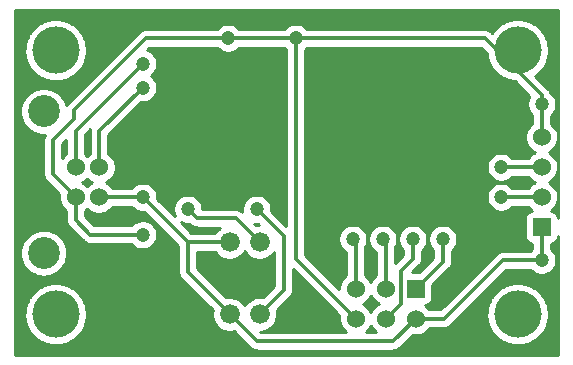
<source format=gbl>
G04 (created by PCBNEW (2013-05-31 BZR 4019)-stable) date 24.10.2013 17:05:54*
%MOIN*%
G04 Gerber Fmt 3.4, Leading zero omitted, Abs format*
%FSLAX34Y34*%
G01*
G70*
G90*
G04 APERTURE LIST*
%ADD10C,0.00590551*%
%ADD11C,0.06*%
%ADD12C,0.1063*%
%ADD13C,0.15748*%
%ADD14R,0.06X0.06*%
%ADD15C,0.066*%
%ADD16C,0.0472441*%
%ADD17C,0.011811*%
%ADD18C,0.01*%
G04 APERTURE END LIST*
G54D10*
G54D11*
X16650Y-25100D03*
X16650Y-24100D03*
X15863Y-24100D03*
X15863Y-25100D03*
G54D12*
X14800Y-26962D03*
X14800Y-22238D03*
G54D13*
X15200Y-20200D03*
X30600Y-29000D03*
X30600Y-20200D03*
X15200Y-29000D03*
G54D14*
X31400Y-26100D03*
G54D11*
X31400Y-25100D03*
X31400Y-24100D03*
X31400Y-23100D03*
G54D14*
X27200Y-28150D03*
G54D11*
X27200Y-29150D03*
X26200Y-28150D03*
X26200Y-29150D03*
X25200Y-28150D03*
X25200Y-29150D03*
G54D15*
X21000Y-29000D03*
X22000Y-29000D03*
X21000Y-26600D03*
X22000Y-26600D03*
G54D16*
X18100Y-20650D03*
X18100Y-21450D03*
X20950Y-19800D03*
X31400Y-22000D03*
X23200Y-19800D03*
X18100Y-26350D03*
X27100Y-26500D03*
X28100Y-26500D03*
X30050Y-25100D03*
X21900Y-25500D03*
X19600Y-25500D03*
X25100Y-26500D03*
X26100Y-26500D03*
X30050Y-24100D03*
X18100Y-25100D03*
X31400Y-27200D03*
G54D17*
X15863Y-22887D02*
X18100Y-20650D01*
X15863Y-24100D02*
X15863Y-22887D01*
X16650Y-22900D02*
X18100Y-21450D01*
X16650Y-24100D02*
X16650Y-22900D01*
X25200Y-29150D02*
X24750Y-28700D01*
X20950Y-19800D02*
X18200Y-19800D01*
X15100Y-24337D02*
X15863Y-25100D01*
X15100Y-23200D02*
X15100Y-24337D01*
X15800Y-22500D02*
X15100Y-23200D01*
X15800Y-22200D02*
X15800Y-22500D01*
X18200Y-19800D02*
X15800Y-22200D01*
X23200Y-19800D02*
X20950Y-19800D01*
X31400Y-22000D02*
X31400Y-21700D01*
X29500Y-19800D02*
X23200Y-19800D01*
X31400Y-21700D02*
X29500Y-19800D01*
X31400Y-23100D02*
X31400Y-22000D01*
X23200Y-19800D02*
X23200Y-27150D01*
X23200Y-27150D02*
X24750Y-28700D01*
X24750Y-28700D02*
X25100Y-29050D01*
X15863Y-25100D02*
X15863Y-25863D01*
X16350Y-26350D02*
X18100Y-26350D01*
X15863Y-25863D02*
X16350Y-26350D01*
X27100Y-26500D02*
X27100Y-27150D01*
X26700Y-28650D02*
X26200Y-29150D01*
X26700Y-27550D02*
X26700Y-28650D01*
X27100Y-27150D02*
X26700Y-27550D01*
X27200Y-28150D02*
X28100Y-27250D01*
X28100Y-27250D02*
X28100Y-27050D01*
X28100Y-27050D02*
X28100Y-26500D01*
X30050Y-25100D02*
X31400Y-25100D01*
X22800Y-28200D02*
X22000Y-29000D01*
X22800Y-26400D02*
X22800Y-28200D01*
X21900Y-25500D02*
X22800Y-26400D01*
X22000Y-26600D02*
X21200Y-25800D01*
X19900Y-25800D02*
X19600Y-25500D01*
X21200Y-25800D02*
X19900Y-25800D01*
X25200Y-28150D02*
X25200Y-26600D01*
X25200Y-26600D02*
X25100Y-26500D01*
X26200Y-28150D02*
X26200Y-26600D01*
X26200Y-26600D02*
X26100Y-26500D01*
X31400Y-24100D02*
X30050Y-24100D01*
X21000Y-29000D02*
X21900Y-29900D01*
X26450Y-29900D02*
X27200Y-29150D01*
X21900Y-29900D02*
X26450Y-29900D01*
X27900Y-29150D02*
X28150Y-29150D01*
X30100Y-27200D02*
X31400Y-27200D01*
X28350Y-28950D02*
X30100Y-27200D01*
X27900Y-29150D02*
X27200Y-29150D01*
X28150Y-29150D02*
X28350Y-28950D01*
X21000Y-26600D02*
X20500Y-26600D01*
X19600Y-26600D02*
X19600Y-27600D01*
X18100Y-25100D02*
X19600Y-26600D01*
X19600Y-26600D02*
X20500Y-26600D01*
X19600Y-27600D02*
X21000Y-29000D01*
X31400Y-27200D02*
X31400Y-26100D01*
X18100Y-25100D02*
X16650Y-25100D01*
G54D10*
G36*
X15553Y-23644D02*
X15516Y-23669D01*
X15439Y-23744D01*
X15409Y-23789D01*
X15409Y-23328D01*
X15553Y-23183D01*
X15553Y-23644D01*
X15553Y-23644D01*
G37*
G54D18*
X15553Y-23644D02*
X15516Y-23669D01*
X15439Y-23744D01*
X15409Y-23789D01*
X15409Y-23328D01*
X15553Y-23183D01*
X15553Y-23644D01*
G54D10*
G36*
X16346Y-22840D02*
X16344Y-22867D01*
X16340Y-22895D01*
X16340Y-22898D01*
X16340Y-22898D01*
X16340Y-22898D01*
X16340Y-22900D01*
X16340Y-23644D01*
X16303Y-23669D01*
X16256Y-23715D01*
X16215Y-23674D01*
X16172Y-23645D01*
X16172Y-23015D01*
X16346Y-22840D01*
X16346Y-22840D01*
G37*
G54D18*
X16346Y-22840D02*
X16344Y-22867D01*
X16340Y-22895D01*
X16340Y-22898D01*
X16340Y-22898D01*
X16340Y-22898D01*
X16340Y-22900D01*
X16340Y-23644D01*
X16303Y-23669D01*
X16256Y-23715D01*
X16215Y-23674D01*
X16172Y-23645D01*
X16172Y-23015D01*
X16346Y-22840D01*
G54D10*
G36*
X16419Y-24599D02*
X16393Y-24610D01*
X16303Y-24669D01*
X16256Y-24715D01*
X16215Y-24674D01*
X16125Y-24613D01*
X16093Y-24600D01*
X16112Y-24593D01*
X16203Y-24535D01*
X16256Y-24484D01*
X16291Y-24520D01*
X16380Y-24582D01*
X16419Y-24599D01*
X16419Y-24599D01*
G37*
G54D18*
X16419Y-24599D02*
X16393Y-24610D01*
X16303Y-24669D01*
X16256Y-24715D01*
X16215Y-24674D01*
X16125Y-24613D01*
X16093Y-24600D01*
X16112Y-24593D01*
X16203Y-24535D01*
X16256Y-24484D01*
X16291Y-24520D01*
X16380Y-24582D01*
X16419Y-24599D01*
G54D10*
G36*
X20690Y-26109D02*
X20634Y-26145D01*
X20553Y-26225D01*
X20508Y-26290D01*
X20500Y-26290D01*
X19728Y-26290D01*
X19365Y-25927D01*
X19449Y-25964D01*
X19542Y-25985D01*
X19637Y-25987D01*
X19648Y-25985D01*
X19681Y-26018D01*
X19703Y-26036D01*
X19725Y-26055D01*
X19726Y-26055D01*
X19728Y-26056D01*
X19753Y-26070D01*
X19778Y-26084D01*
X19779Y-26084D01*
X19781Y-26085D01*
X19808Y-26093D01*
X19835Y-26102D01*
X19837Y-26102D01*
X19838Y-26102D01*
X19867Y-26105D01*
X19895Y-26109D01*
X19898Y-26109D01*
X19898Y-26109D01*
X19898Y-26109D01*
X19900Y-26109D01*
X20690Y-26109D01*
X20690Y-26109D01*
G37*
G54D18*
X20690Y-26109D02*
X20634Y-26145D01*
X20553Y-26225D01*
X20508Y-26290D01*
X20500Y-26290D01*
X19728Y-26290D01*
X19365Y-25927D01*
X19449Y-25964D01*
X19542Y-25985D01*
X19637Y-25987D01*
X19648Y-25985D01*
X19681Y-26018D01*
X19703Y-26036D01*
X19725Y-26055D01*
X19726Y-26055D01*
X19728Y-26056D01*
X19753Y-26070D01*
X19778Y-26084D01*
X19779Y-26084D01*
X19781Y-26085D01*
X19808Y-26093D01*
X19835Y-26102D01*
X19837Y-26102D01*
X19838Y-26102D01*
X19867Y-26105D01*
X19895Y-26109D01*
X19898Y-26109D01*
X19898Y-26109D01*
X19898Y-26109D01*
X19900Y-26109D01*
X20690Y-26109D01*
G54D10*
G36*
X21982Y-26019D02*
X21947Y-26019D01*
X21871Y-26034D01*
X21816Y-25979D01*
X21842Y-25985D01*
X21937Y-25987D01*
X21948Y-25985D01*
X21982Y-26019D01*
X21982Y-26019D01*
G37*
G54D18*
X21982Y-26019D02*
X21947Y-26019D01*
X21871Y-26034D01*
X21816Y-25979D01*
X21842Y-25985D01*
X21937Y-25987D01*
X21948Y-25985D01*
X21982Y-26019D01*
G54D10*
G36*
X22490Y-28071D02*
X22128Y-28434D01*
X22060Y-28420D01*
X21947Y-28419D01*
X21835Y-28440D01*
X21729Y-28483D01*
X21634Y-28545D01*
X21553Y-28625D01*
X21499Y-28703D01*
X21451Y-28631D01*
X21371Y-28550D01*
X21277Y-28487D01*
X21172Y-28443D01*
X21060Y-28420D01*
X20947Y-28419D01*
X20871Y-28434D01*
X19909Y-27471D01*
X19909Y-26909D01*
X20500Y-26909D01*
X20509Y-26909D01*
X20543Y-26962D01*
X20622Y-27043D01*
X20715Y-27108D01*
X20819Y-27154D01*
X20930Y-27178D01*
X21044Y-27181D01*
X21156Y-27161D01*
X21262Y-27120D01*
X21358Y-27059D01*
X21441Y-26980D01*
X21500Y-26896D01*
X21543Y-26962D01*
X21622Y-27043D01*
X21715Y-27108D01*
X21819Y-27154D01*
X21930Y-27178D01*
X22044Y-27181D01*
X22156Y-27161D01*
X22262Y-27120D01*
X22358Y-27059D01*
X22441Y-26980D01*
X22490Y-26910D01*
X22490Y-28071D01*
X22490Y-28071D01*
G37*
G54D18*
X22490Y-28071D02*
X22128Y-28434D01*
X22060Y-28420D01*
X21947Y-28419D01*
X21835Y-28440D01*
X21729Y-28483D01*
X21634Y-28545D01*
X21553Y-28625D01*
X21499Y-28703D01*
X21451Y-28631D01*
X21371Y-28550D01*
X21277Y-28487D01*
X21172Y-28443D01*
X21060Y-28420D01*
X20947Y-28419D01*
X20871Y-28434D01*
X19909Y-27471D01*
X19909Y-26909D01*
X20500Y-26909D01*
X20509Y-26909D01*
X20543Y-26962D01*
X20622Y-27043D01*
X20715Y-27108D01*
X20819Y-27154D01*
X20930Y-27178D01*
X21044Y-27181D01*
X21156Y-27161D01*
X21262Y-27120D01*
X21358Y-27059D01*
X21441Y-26980D01*
X21500Y-26896D01*
X21543Y-26962D01*
X21622Y-27043D01*
X21715Y-27108D01*
X21819Y-27154D01*
X21930Y-27178D01*
X22044Y-27181D01*
X22156Y-27161D01*
X22262Y-27120D01*
X22358Y-27059D01*
X22441Y-26980D01*
X22490Y-26910D01*
X22490Y-28071D01*
G54D10*
G36*
X22890Y-26053D02*
X22384Y-25547D01*
X22386Y-25452D01*
X22367Y-25358D01*
X22331Y-25270D01*
X22278Y-25191D01*
X22211Y-25123D01*
X22132Y-25070D01*
X22044Y-25033D01*
X21951Y-25014D01*
X21855Y-25013D01*
X21762Y-25031D01*
X21673Y-25067D01*
X21593Y-25119D01*
X21525Y-25185D01*
X21471Y-25264D01*
X21434Y-25352D01*
X21414Y-25445D01*
X21413Y-25540D01*
X21421Y-25583D01*
X21418Y-25581D01*
X21396Y-25563D01*
X21374Y-25544D01*
X21373Y-25544D01*
X21371Y-25543D01*
X21346Y-25529D01*
X21321Y-25515D01*
X21320Y-25515D01*
X21318Y-25514D01*
X21291Y-25506D01*
X21264Y-25497D01*
X21262Y-25497D01*
X21261Y-25497D01*
X21232Y-25494D01*
X21204Y-25490D01*
X21201Y-25490D01*
X21201Y-25490D01*
X21201Y-25490D01*
X21200Y-25490D01*
X20085Y-25490D01*
X20086Y-25452D01*
X20067Y-25358D01*
X20031Y-25270D01*
X19978Y-25191D01*
X19911Y-25123D01*
X19832Y-25070D01*
X19744Y-25033D01*
X19651Y-25014D01*
X19555Y-25013D01*
X19462Y-25031D01*
X19373Y-25067D01*
X19293Y-25119D01*
X19225Y-25185D01*
X19171Y-25264D01*
X19134Y-25352D01*
X19114Y-25445D01*
X19113Y-25540D01*
X19130Y-25634D01*
X19165Y-25723D01*
X19174Y-25737D01*
X18584Y-25147D01*
X18586Y-25052D01*
X18567Y-24958D01*
X18531Y-24870D01*
X18478Y-24791D01*
X18411Y-24723D01*
X18332Y-24670D01*
X18244Y-24633D01*
X18151Y-24614D01*
X18055Y-24613D01*
X17962Y-24631D01*
X17873Y-24667D01*
X17793Y-24719D01*
X17725Y-24785D01*
X17722Y-24790D01*
X17105Y-24790D01*
X17078Y-24750D01*
X17002Y-24674D01*
X16912Y-24613D01*
X16880Y-24600D01*
X16899Y-24593D01*
X16990Y-24535D01*
X17068Y-24461D01*
X17130Y-24372D01*
X17174Y-24274D01*
X17198Y-24169D01*
X17200Y-24046D01*
X17179Y-23940D01*
X17137Y-23840D01*
X17078Y-23750D01*
X17002Y-23674D01*
X16959Y-23645D01*
X16959Y-23028D01*
X18051Y-21935D01*
X18137Y-21937D01*
X18231Y-21920D01*
X18320Y-21886D01*
X18400Y-21835D01*
X18469Y-21769D01*
X18524Y-21691D01*
X18563Y-21604D01*
X18584Y-21511D01*
X18586Y-21402D01*
X18567Y-21308D01*
X18531Y-21220D01*
X18478Y-21141D01*
X18411Y-21073D01*
X18376Y-21050D01*
X18400Y-21035D01*
X18469Y-20969D01*
X18524Y-20891D01*
X18563Y-20804D01*
X18584Y-20711D01*
X18586Y-20602D01*
X18567Y-20508D01*
X18531Y-20420D01*
X18478Y-20341D01*
X18411Y-20273D01*
X18332Y-20220D01*
X18251Y-20186D01*
X18328Y-20109D01*
X20572Y-20109D01*
X20633Y-20172D01*
X20711Y-20226D01*
X20799Y-20264D01*
X20892Y-20285D01*
X20987Y-20287D01*
X21081Y-20270D01*
X21170Y-20236D01*
X21250Y-20185D01*
X21319Y-20119D01*
X21327Y-20109D01*
X22822Y-20109D01*
X22883Y-20172D01*
X22890Y-20177D01*
X22890Y-26053D01*
X22890Y-26053D01*
G37*
G54D18*
X22890Y-26053D02*
X22384Y-25547D01*
X22386Y-25452D01*
X22367Y-25358D01*
X22331Y-25270D01*
X22278Y-25191D01*
X22211Y-25123D01*
X22132Y-25070D01*
X22044Y-25033D01*
X21951Y-25014D01*
X21855Y-25013D01*
X21762Y-25031D01*
X21673Y-25067D01*
X21593Y-25119D01*
X21525Y-25185D01*
X21471Y-25264D01*
X21434Y-25352D01*
X21414Y-25445D01*
X21413Y-25540D01*
X21421Y-25583D01*
X21418Y-25581D01*
X21396Y-25563D01*
X21374Y-25544D01*
X21373Y-25544D01*
X21371Y-25543D01*
X21346Y-25529D01*
X21321Y-25515D01*
X21320Y-25515D01*
X21318Y-25514D01*
X21291Y-25506D01*
X21264Y-25497D01*
X21262Y-25497D01*
X21261Y-25497D01*
X21232Y-25494D01*
X21204Y-25490D01*
X21201Y-25490D01*
X21201Y-25490D01*
X21201Y-25490D01*
X21200Y-25490D01*
X20085Y-25490D01*
X20086Y-25452D01*
X20067Y-25358D01*
X20031Y-25270D01*
X19978Y-25191D01*
X19911Y-25123D01*
X19832Y-25070D01*
X19744Y-25033D01*
X19651Y-25014D01*
X19555Y-25013D01*
X19462Y-25031D01*
X19373Y-25067D01*
X19293Y-25119D01*
X19225Y-25185D01*
X19171Y-25264D01*
X19134Y-25352D01*
X19114Y-25445D01*
X19113Y-25540D01*
X19130Y-25634D01*
X19165Y-25723D01*
X19174Y-25737D01*
X18584Y-25147D01*
X18586Y-25052D01*
X18567Y-24958D01*
X18531Y-24870D01*
X18478Y-24791D01*
X18411Y-24723D01*
X18332Y-24670D01*
X18244Y-24633D01*
X18151Y-24614D01*
X18055Y-24613D01*
X17962Y-24631D01*
X17873Y-24667D01*
X17793Y-24719D01*
X17725Y-24785D01*
X17722Y-24790D01*
X17105Y-24790D01*
X17078Y-24750D01*
X17002Y-24674D01*
X16912Y-24613D01*
X16880Y-24600D01*
X16899Y-24593D01*
X16990Y-24535D01*
X17068Y-24461D01*
X17130Y-24372D01*
X17174Y-24274D01*
X17198Y-24169D01*
X17200Y-24046D01*
X17179Y-23940D01*
X17137Y-23840D01*
X17078Y-23750D01*
X17002Y-23674D01*
X16959Y-23645D01*
X16959Y-23028D01*
X18051Y-21935D01*
X18137Y-21937D01*
X18231Y-21920D01*
X18320Y-21886D01*
X18400Y-21835D01*
X18469Y-21769D01*
X18524Y-21691D01*
X18563Y-21604D01*
X18584Y-21511D01*
X18586Y-21402D01*
X18567Y-21308D01*
X18531Y-21220D01*
X18478Y-21141D01*
X18411Y-21073D01*
X18376Y-21050D01*
X18400Y-21035D01*
X18469Y-20969D01*
X18524Y-20891D01*
X18563Y-20804D01*
X18584Y-20711D01*
X18586Y-20602D01*
X18567Y-20508D01*
X18531Y-20420D01*
X18478Y-20341D01*
X18411Y-20273D01*
X18332Y-20220D01*
X18251Y-20186D01*
X18328Y-20109D01*
X20572Y-20109D01*
X20633Y-20172D01*
X20711Y-20226D01*
X20799Y-20264D01*
X20892Y-20285D01*
X20987Y-20287D01*
X21081Y-20270D01*
X21170Y-20236D01*
X21250Y-20185D01*
X21319Y-20119D01*
X21327Y-20109D01*
X22822Y-20109D01*
X22883Y-20172D01*
X22890Y-20177D01*
X22890Y-26053D01*
G54D10*
G36*
X24870Y-29590D02*
X22028Y-29590D01*
X22017Y-29580D01*
X22044Y-29581D01*
X22156Y-29561D01*
X22262Y-29520D01*
X22358Y-29459D01*
X22441Y-29380D01*
X22506Y-29287D01*
X22553Y-29183D01*
X22578Y-29073D01*
X22580Y-28943D01*
X22565Y-28871D01*
X23018Y-28418D01*
X23036Y-28396D01*
X23055Y-28374D01*
X23055Y-28373D01*
X23056Y-28371D01*
X23070Y-28346D01*
X23084Y-28321D01*
X23084Y-28320D01*
X23085Y-28318D01*
X23093Y-28291D01*
X23102Y-28264D01*
X23102Y-28262D01*
X23102Y-28261D01*
X23105Y-28232D01*
X23109Y-28204D01*
X23109Y-28201D01*
X23109Y-28201D01*
X23109Y-28201D01*
X23109Y-28200D01*
X23109Y-27496D01*
X24531Y-28918D01*
X24531Y-28918D01*
X24659Y-29046D01*
X24650Y-29088D01*
X24649Y-29196D01*
X24668Y-29302D01*
X24708Y-29402D01*
X24766Y-29493D01*
X24841Y-29570D01*
X24870Y-29590D01*
X24870Y-29590D01*
G37*
G54D18*
X24870Y-29590D02*
X22028Y-29590D01*
X22017Y-29580D01*
X22044Y-29581D01*
X22156Y-29561D01*
X22262Y-29520D01*
X22358Y-29459D01*
X22441Y-29380D01*
X22506Y-29287D01*
X22553Y-29183D01*
X22578Y-29073D01*
X22580Y-28943D01*
X22565Y-28871D01*
X23018Y-28418D01*
X23036Y-28396D01*
X23055Y-28374D01*
X23055Y-28373D01*
X23056Y-28371D01*
X23070Y-28346D01*
X23084Y-28321D01*
X23084Y-28320D01*
X23085Y-28318D01*
X23093Y-28291D01*
X23102Y-28264D01*
X23102Y-28262D01*
X23102Y-28261D01*
X23105Y-28232D01*
X23109Y-28204D01*
X23109Y-28201D01*
X23109Y-28201D01*
X23109Y-28201D01*
X23109Y-28200D01*
X23109Y-27496D01*
X24531Y-28918D01*
X24531Y-28918D01*
X24659Y-29046D01*
X24650Y-29088D01*
X24649Y-29196D01*
X24668Y-29302D01*
X24708Y-29402D01*
X24766Y-29493D01*
X24841Y-29570D01*
X24870Y-29590D01*
G54D10*
G36*
X25870Y-29590D02*
X25531Y-29590D01*
X25540Y-29585D01*
X25618Y-29511D01*
X25680Y-29422D01*
X25699Y-29380D01*
X25708Y-29402D01*
X25766Y-29493D01*
X25841Y-29570D01*
X25870Y-29590D01*
X25870Y-29590D01*
G37*
G54D18*
X25870Y-29590D02*
X25531Y-29590D01*
X25540Y-29585D01*
X25618Y-29511D01*
X25680Y-29422D01*
X25699Y-29380D01*
X25708Y-29402D01*
X25766Y-29493D01*
X25841Y-29570D01*
X25870Y-29590D01*
G54D10*
G36*
X25969Y-28649D02*
X25943Y-28660D01*
X25853Y-28719D01*
X25776Y-28794D01*
X25715Y-28883D01*
X25700Y-28920D01*
X25687Y-28890D01*
X25628Y-28800D01*
X25552Y-28724D01*
X25462Y-28663D01*
X25430Y-28650D01*
X25449Y-28643D01*
X25540Y-28585D01*
X25618Y-28511D01*
X25680Y-28422D01*
X25699Y-28380D01*
X25708Y-28402D01*
X25766Y-28493D01*
X25841Y-28570D01*
X25930Y-28632D01*
X25969Y-28649D01*
X25969Y-28649D01*
G37*
G54D18*
X25969Y-28649D02*
X25943Y-28660D01*
X25853Y-28719D01*
X25776Y-28794D01*
X25715Y-28883D01*
X25700Y-28920D01*
X25687Y-28890D01*
X25628Y-28800D01*
X25552Y-28724D01*
X25462Y-28663D01*
X25430Y-28650D01*
X25449Y-28643D01*
X25540Y-28585D01*
X25618Y-28511D01*
X25680Y-28422D01*
X25699Y-28380D01*
X25708Y-28402D01*
X25766Y-28493D01*
X25841Y-28570D01*
X25930Y-28632D01*
X25969Y-28649D01*
G54D10*
G36*
X31169Y-24599D02*
X31143Y-24610D01*
X31053Y-24669D01*
X30976Y-24744D01*
X30945Y-24790D01*
X30428Y-24790D01*
X30361Y-24723D01*
X30282Y-24670D01*
X30194Y-24633D01*
X30101Y-24614D01*
X30005Y-24613D01*
X29912Y-24631D01*
X29823Y-24667D01*
X29743Y-24719D01*
X29675Y-24785D01*
X29621Y-24864D01*
X29584Y-24952D01*
X29564Y-25045D01*
X29563Y-25140D01*
X29580Y-25234D01*
X29615Y-25323D01*
X29667Y-25403D01*
X29733Y-25472D01*
X29811Y-25526D01*
X29899Y-25564D01*
X29992Y-25585D01*
X30087Y-25587D01*
X30181Y-25570D01*
X30270Y-25536D01*
X30350Y-25485D01*
X30419Y-25419D01*
X30427Y-25409D01*
X30944Y-25409D01*
X30966Y-25443D01*
X31041Y-25520D01*
X31083Y-25549D01*
X31075Y-25549D01*
X31027Y-25559D01*
X30982Y-25578D01*
X30941Y-25605D01*
X30906Y-25639D01*
X30879Y-25680D01*
X30860Y-25725D01*
X30850Y-25773D01*
X30849Y-25822D01*
X30849Y-26424D01*
X30859Y-26472D01*
X30878Y-26517D01*
X30905Y-26558D01*
X30939Y-26593D01*
X30980Y-26620D01*
X31025Y-26639D01*
X31073Y-26649D01*
X31090Y-26649D01*
X31090Y-26822D01*
X31025Y-26885D01*
X31022Y-26890D01*
X30100Y-26890D01*
X30071Y-26893D01*
X30043Y-26896D01*
X30041Y-26896D01*
X30039Y-26896D01*
X30012Y-26905D01*
X29985Y-26913D01*
X29983Y-26913D01*
X29982Y-26914D01*
X29957Y-26927D01*
X29931Y-26940D01*
X29930Y-26941D01*
X29928Y-26942D01*
X29906Y-26960D01*
X29884Y-26978D01*
X29882Y-26980D01*
X29882Y-26980D01*
X29882Y-26980D01*
X29881Y-26981D01*
X28131Y-28731D01*
X28131Y-28731D01*
X28021Y-28840D01*
X27900Y-28840D01*
X27655Y-28840D01*
X27628Y-28800D01*
X27552Y-28724D01*
X27516Y-28700D01*
X27524Y-28700D01*
X27572Y-28690D01*
X27617Y-28671D01*
X27658Y-28644D01*
X27693Y-28610D01*
X27720Y-28569D01*
X27739Y-28524D01*
X27749Y-28476D01*
X27750Y-28427D01*
X27750Y-28037D01*
X28318Y-27468D01*
X28336Y-27446D01*
X28355Y-27424D01*
X28355Y-27423D01*
X28356Y-27421D01*
X28370Y-27396D01*
X28384Y-27371D01*
X28384Y-27370D01*
X28385Y-27368D01*
X28393Y-27341D01*
X28402Y-27314D01*
X28402Y-27312D01*
X28402Y-27311D01*
X28405Y-27282D01*
X28409Y-27254D01*
X28409Y-27251D01*
X28409Y-27251D01*
X28409Y-27251D01*
X28409Y-27250D01*
X28409Y-27050D01*
X28409Y-26877D01*
X28469Y-26819D01*
X28524Y-26741D01*
X28563Y-26654D01*
X28584Y-26561D01*
X28586Y-26452D01*
X28567Y-26358D01*
X28531Y-26270D01*
X28478Y-26191D01*
X28411Y-26123D01*
X28332Y-26070D01*
X28244Y-26033D01*
X28151Y-26014D01*
X28055Y-26013D01*
X27962Y-26031D01*
X27873Y-26067D01*
X27793Y-26119D01*
X27725Y-26185D01*
X27671Y-26264D01*
X27634Y-26352D01*
X27614Y-26445D01*
X27613Y-26540D01*
X27630Y-26634D01*
X27665Y-26723D01*
X27717Y-26803D01*
X27783Y-26872D01*
X27790Y-26877D01*
X27790Y-27050D01*
X27790Y-27121D01*
X27313Y-27599D01*
X27087Y-27599D01*
X27318Y-27368D01*
X27336Y-27346D01*
X27355Y-27324D01*
X27355Y-27323D01*
X27356Y-27321D01*
X27370Y-27296D01*
X27384Y-27271D01*
X27384Y-27270D01*
X27385Y-27268D01*
X27393Y-27241D01*
X27402Y-27214D01*
X27402Y-27212D01*
X27402Y-27211D01*
X27405Y-27182D01*
X27409Y-27154D01*
X27409Y-27151D01*
X27409Y-27151D01*
X27409Y-27151D01*
X27409Y-27150D01*
X27409Y-26877D01*
X27469Y-26819D01*
X27524Y-26741D01*
X27563Y-26654D01*
X27584Y-26561D01*
X27586Y-26452D01*
X27567Y-26358D01*
X27531Y-26270D01*
X27478Y-26191D01*
X27411Y-26123D01*
X27332Y-26070D01*
X27244Y-26033D01*
X27151Y-26014D01*
X27055Y-26013D01*
X26962Y-26031D01*
X26873Y-26067D01*
X26793Y-26119D01*
X26725Y-26185D01*
X26671Y-26264D01*
X26634Y-26352D01*
X26614Y-26445D01*
X26613Y-26540D01*
X26630Y-26634D01*
X26665Y-26723D01*
X26717Y-26803D01*
X26783Y-26872D01*
X26790Y-26877D01*
X26790Y-27021D01*
X26509Y-27303D01*
X26509Y-26763D01*
X26524Y-26741D01*
X26563Y-26654D01*
X26584Y-26561D01*
X26586Y-26452D01*
X26567Y-26358D01*
X26531Y-26270D01*
X26478Y-26191D01*
X26411Y-26123D01*
X26332Y-26070D01*
X26244Y-26033D01*
X26151Y-26014D01*
X26055Y-26013D01*
X25962Y-26031D01*
X25873Y-26067D01*
X25793Y-26119D01*
X25725Y-26185D01*
X25671Y-26264D01*
X25634Y-26352D01*
X25614Y-26445D01*
X25613Y-26540D01*
X25630Y-26634D01*
X25665Y-26723D01*
X25717Y-26803D01*
X25783Y-26872D01*
X25861Y-26926D01*
X25890Y-26939D01*
X25890Y-27694D01*
X25853Y-27719D01*
X25776Y-27794D01*
X25715Y-27883D01*
X25700Y-27920D01*
X25687Y-27890D01*
X25628Y-27800D01*
X25552Y-27724D01*
X25509Y-27695D01*
X25509Y-26763D01*
X25524Y-26741D01*
X25563Y-26654D01*
X25584Y-26561D01*
X25586Y-26452D01*
X25567Y-26358D01*
X25531Y-26270D01*
X25478Y-26191D01*
X25411Y-26123D01*
X25332Y-26070D01*
X25244Y-26033D01*
X25151Y-26014D01*
X25055Y-26013D01*
X24962Y-26031D01*
X24873Y-26067D01*
X24793Y-26119D01*
X24725Y-26185D01*
X24671Y-26264D01*
X24634Y-26352D01*
X24614Y-26445D01*
X24613Y-26540D01*
X24630Y-26634D01*
X24665Y-26723D01*
X24717Y-26803D01*
X24783Y-26872D01*
X24861Y-26926D01*
X24890Y-26939D01*
X24890Y-27694D01*
X24853Y-27719D01*
X24776Y-27794D01*
X24715Y-27883D01*
X24673Y-27982D01*
X24650Y-28088D01*
X24649Y-28162D01*
X23509Y-27021D01*
X23509Y-20177D01*
X23569Y-20119D01*
X23577Y-20109D01*
X29371Y-20109D01*
X29563Y-20300D01*
X29572Y-20347D01*
X29578Y-20408D01*
X29590Y-20447D01*
X29597Y-20487D01*
X29620Y-20544D01*
X29638Y-20603D01*
X29658Y-20640D01*
X29672Y-20676D01*
X29700Y-20719D01*
X29728Y-20771D01*
X29737Y-20777D01*
X29783Y-20847D01*
X29924Y-20993D01*
X30022Y-21062D01*
X30028Y-21071D01*
X30061Y-21088D01*
X30091Y-21109D01*
X30151Y-21135D01*
X30208Y-21166D01*
X30244Y-21176D01*
X30277Y-21191D01*
X30341Y-21205D01*
X30403Y-21223D01*
X30440Y-21227D01*
X30476Y-21235D01*
X30498Y-21235D01*
X30994Y-21731D01*
X30971Y-21764D01*
X30934Y-21852D01*
X30914Y-21945D01*
X30913Y-22040D01*
X30930Y-22134D01*
X30965Y-22223D01*
X31017Y-22303D01*
X31083Y-22372D01*
X31090Y-22377D01*
X31090Y-22644D01*
X31053Y-22669D01*
X30976Y-22744D01*
X30915Y-22833D01*
X30873Y-22932D01*
X30850Y-23038D01*
X30849Y-23146D01*
X30868Y-23252D01*
X30908Y-23352D01*
X30966Y-23443D01*
X31041Y-23520D01*
X31130Y-23582D01*
X31169Y-23599D01*
X31143Y-23610D01*
X31053Y-23669D01*
X30976Y-23744D01*
X30945Y-23790D01*
X30428Y-23790D01*
X30361Y-23723D01*
X30282Y-23670D01*
X30194Y-23633D01*
X30101Y-23614D01*
X30005Y-23613D01*
X29912Y-23631D01*
X29823Y-23667D01*
X29743Y-23719D01*
X29675Y-23785D01*
X29621Y-23864D01*
X29584Y-23952D01*
X29564Y-24045D01*
X29563Y-24140D01*
X29580Y-24234D01*
X29615Y-24323D01*
X29667Y-24403D01*
X29733Y-24472D01*
X29811Y-24526D01*
X29899Y-24564D01*
X29992Y-24585D01*
X30087Y-24587D01*
X30181Y-24570D01*
X30270Y-24536D01*
X30350Y-24485D01*
X30419Y-24419D01*
X30427Y-24409D01*
X30944Y-24409D01*
X30966Y-24443D01*
X31041Y-24520D01*
X31130Y-24582D01*
X31169Y-24599D01*
X31169Y-24599D01*
G37*
G54D18*
X31169Y-24599D02*
X31143Y-24610D01*
X31053Y-24669D01*
X30976Y-24744D01*
X30945Y-24790D01*
X30428Y-24790D01*
X30361Y-24723D01*
X30282Y-24670D01*
X30194Y-24633D01*
X30101Y-24614D01*
X30005Y-24613D01*
X29912Y-24631D01*
X29823Y-24667D01*
X29743Y-24719D01*
X29675Y-24785D01*
X29621Y-24864D01*
X29584Y-24952D01*
X29564Y-25045D01*
X29563Y-25140D01*
X29580Y-25234D01*
X29615Y-25323D01*
X29667Y-25403D01*
X29733Y-25472D01*
X29811Y-25526D01*
X29899Y-25564D01*
X29992Y-25585D01*
X30087Y-25587D01*
X30181Y-25570D01*
X30270Y-25536D01*
X30350Y-25485D01*
X30419Y-25419D01*
X30427Y-25409D01*
X30944Y-25409D01*
X30966Y-25443D01*
X31041Y-25520D01*
X31083Y-25549D01*
X31075Y-25549D01*
X31027Y-25559D01*
X30982Y-25578D01*
X30941Y-25605D01*
X30906Y-25639D01*
X30879Y-25680D01*
X30860Y-25725D01*
X30850Y-25773D01*
X30849Y-25822D01*
X30849Y-26424D01*
X30859Y-26472D01*
X30878Y-26517D01*
X30905Y-26558D01*
X30939Y-26593D01*
X30980Y-26620D01*
X31025Y-26639D01*
X31073Y-26649D01*
X31090Y-26649D01*
X31090Y-26822D01*
X31025Y-26885D01*
X31022Y-26890D01*
X30100Y-26890D01*
X30071Y-26893D01*
X30043Y-26896D01*
X30041Y-26896D01*
X30039Y-26896D01*
X30012Y-26905D01*
X29985Y-26913D01*
X29983Y-26913D01*
X29982Y-26914D01*
X29957Y-26927D01*
X29931Y-26940D01*
X29930Y-26941D01*
X29928Y-26942D01*
X29906Y-26960D01*
X29884Y-26978D01*
X29882Y-26980D01*
X29882Y-26980D01*
X29882Y-26980D01*
X29881Y-26981D01*
X28131Y-28731D01*
X28131Y-28731D01*
X28021Y-28840D01*
X27900Y-28840D01*
X27655Y-28840D01*
X27628Y-28800D01*
X27552Y-28724D01*
X27516Y-28700D01*
X27524Y-28700D01*
X27572Y-28690D01*
X27617Y-28671D01*
X27658Y-28644D01*
X27693Y-28610D01*
X27720Y-28569D01*
X27739Y-28524D01*
X27749Y-28476D01*
X27750Y-28427D01*
X27750Y-28037D01*
X28318Y-27468D01*
X28336Y-27446D01*
X28355Y-27424D01*
X28355Y-27423D01*
X28356Y-27421D01*
X28370Y-27396D01*
X28384Y-27371D01*
X28384Y-27370D01*
X28385Y-27368D01*
X28393Y-27341D01*
X28402Y-27314D01*
X28402Y-27312D01*
X28402Y-27311D01*
X28405Y-27282D01*
X28409Y-27254D01*
X28409Y-27251D01*
X28409Y-27251D01*
X28409Y-27251D01*
X28409Y-27250D01*
X28409Y-27050D01*
X28409Y-26877D01*
X28469Y-26819D01*
X28524Y-26741D01*
X28563Y-26654D01*
X28584Y-26561D01*
X28586Y-26452D01*
X28567Y-26358D01*
X28531Y-26270D01*
X28478Y-26191D01*
X28411Y-26123D01*
X28332Y-26070D01*
X28244Y-26033D01*
X28151Y-26014D01*
X28055Y-26013D01*
X27962Y-26031D01*
X27873Y-26067D01*
X27793Y-26119D01*
X27725Y-26185D01*
X27671Y-26264D01*
X27634Y-26352D01*
X27614Y-26445D01*
X27613Y-26540D01*
X27630Y-26634D01*
X27665Y-26723D01*
X27717Y-26803D01*
X27783Y-26872D01*
X27790Y-26877D01*
X27790Y-27050D01*
X27790Y-27121D01*
X27313Y-27599D01*
X27087Y-27599D01*
X27318Y-27368D01*
X27336Y-27346D01*
X27355Y-27324D01*
X27355Y-27323D01*
X27356Y-27321D01*
X27370Y-27296D01*
X27384Y-27271D01*
X27384Y-27270D01*
X27385Y-27268D01*
X27393Y-27241D01*
X27402Y-27214D01*
X27402Y-27212D01*
X27402Y-27211D01*
X27405Y-27182D01*
X27409Y-27154D01*
X27409Y-27151D01*
X27409Y-27151D01*
X27409Y-27151D01*
X27409Y-27150D01*
X27409Y-26877D01*
X27469Y-26819D01*
X27524Y-26741D01*
X27563Y-26654D01*
X27584Y-26561D01*
X27586Y-26452D01*
X27567Y-26358D01*
X27531Y-26270D01*
X27478Y-26191D01*
X27411Y-26123D01*
X27332Y-26070D01*
X27244Y-26033D01*
X27151Y-26014D01*
X27055Y-26013D01*
X26962Y-26031D01*
X26873Y-26067D01*
X26793Y-26119D01*
X26725Y-26185D01*
X26671Y-26264D01*
X26634Y-26352D01*
X26614Y-26445D01*
X26613Y-26540D01*
X26630Y-26634D01*
X26665Y-26723D01*
X26717Y-26803D01*
X26783Y-26872D01*
X26790Y-26877D01*
X26790Y-27021D01*
X26509Y-27303D01*
X26509Y-26763D01*
X26524Y-26741D01*
X26563Y-26654D01*
X26584Y-26561D01*
X26586Y-26452D01*
X26567Y-26358D01*
X26531Y-26270D01*
X26478Y-26191D01*
X26411Y-26123D01*
X26332Y-26070D01*
X26244Y-26033D01*
X26151Y-26014D01*
X26055Y-26013D01*
X25962Y-26031D01*
X25873Y-26067D01*
X25793Y-26119D01*
X25725Y-26185D01*
X25671Y-26264D01*
X25634Y-26352D01*
X25614Y-26445D01*
X25613Y-26540D01*
X25630Y-26634D01*
X25665Y-26723D01*
X25717Y-26803D01*
X25783Y-26872D01*
X25861Y-26926D01*
X25890Y-26939D01*
X25890Y-27694D01*
X25853Y-27719D01*
X25776Y-27794D01*
X25715Y-27883D01*
X25700Y-27920D01*
X25687Y-27890D01*
X25628Y-27800D01*
X25552Y-27724D01*
X25509Y-27695D01*
X25509Y-26763D01*
X25524Y-26741D01*
X25563Y-26654D01*
X25584Y-26561D01*
X25586Y-26452D01*
X25567Y-26358D01*
X25531Y-26270D01*
X25478Y-26191D01*
X25411Y-26123D01*
X25332Y-26070D01*
X25244Y-26033D01*
X25151Y-26014D01*
X25055Y-26013D01*
X24962Y-26031D01*
X24873Y-26067D01*
X24793Y-26119D01*
X24725Y-26185D01*
X24671Y-26264D01*
X24634Y-26352D01*
X24614Y-26445D01*
X24613Y-26540D01*
X24630Y-26634D01*
X24665Y-26723D01*
X24717Y-26803D01*
X24783Y-26872D01*
X24861Y-26926D01*
X24890Y-26939D01*
X24890Y-27694D01*
X24853Y-27719D01*
X24776Y-27794D01*
X24715Y-27883D01*
X24673Y-27982D01*
X24650Y-28088D01*
X24649Y-28162D01*
X23509Y-27021D01*
X23509Y-20177D01*
X23569Y-20119D01*
X23577Y-20109D01*
X29371Y-20109D01*
X29563Y-20300D01*
X29572Y-20347D01*
X29578Y-20408D01*
X29590Y-20447D01*
X29597Y-20487D01*
X29620Y-20544D01*
X29638Y-20603D01*
X29658Y-20640D01*
X29672Y-20676D01*
X29700Y-20719D01*
X29728Y-20771D01*
X29737Y-20777D01*
X29783Y-20847D01*
X29924Y-20993D01*
X30022Y-21062D01*
X30028Y-21071D01*
X30061Y-21088D01*
X30091Y-21109D01*
X30151Y-21135D01*
X30208Y-21166D01*
X30244Y-21176D01*
X30277Y-21191D01*
X30341Y-21205D01*
X30403Y-21223D01*
X30440Y-21227D01*
X30476Y-21235D01*
X30498Y-21235D01*
X30994Y-21731D01*
X30971Y-21764D01*
X30934Y-21852D01*
X30914Y-21945D01*
X30913Y-22040D01*
X30930Y-22134D01*
X30965Y-22223D01*
X31017Y-22303D01*
X31083Y-22372D01*
X31090Y-22377D01*
X31090Y-22644D01*
X31053Y-22669D01*
X30976Y-22744D01*
X30915Y-22833D01*
X30873Y-22932D01*
X30850Y-23038D01*
X30849Y-23146D01*
X30868Y-23252D01*
X30908Y-23352D01*
X30966Y-23443D01*
X31041Y-23520D01*
X31130Y-23582D01*
X31169Y-23599D01*
X31143Y-23610D01*
X31053Y-23669D01*
X30976Y-23744D01*
X30945Y-23790D01*
X30428Y-23790D01*
X30361Y-23723D01*
X30282Y-23670D01*
X30194Y-23633D01*
X30101Y-23614D01*
X30005Y-23613D01*
X29912Y-23631D01*
X29823Y-23667D01*
X29743Y-23719D01*
X29675Y-23785D01*
X29621Y-23864D01*
X29584Y-23952D01*
X29564Y-24045D01*
X29563Y-24140D01*
X29580Y-24234D01*
X29615Y-24323D01*
X29667Y-24403D01*
X29733Y-24472D01*
X29811Y-24526D01*
X29899Y-24564D01*
X29992Y-24585D01*
X30087Y-24587D01*
X30181Y-24570D01*
X30270Y-24536D01*
X30350Y-24485D01*
X30419Y-24419D01*
X30427Y-24409D01*
X30944Y-24409D01*
X30966Y-24443D01*
X31041Y-24520D01*
X31130Y-24582D01*
X31169Y-24599D01*
G54D10*
G36*
X31950Y-24045D02*
X31929Y-23940D01*
X31887Y-23840D01*
X31828Y-23750D01*
X31752Y-23674D01*
X31662Y-23613D01*
X31630Y-23600D01*
X31649Y-23593D01*
X31740Y-23535D01*
X31818Y-23461D01*
X31880Y-23372D01*
X31924Y-23274D01*
X31948Y-23169D01*
X31950Y-23047D01*
X31950Y-24045D01*
X31950Y-24045D01*
G37*
G54D18*
X31950Y-24045D02*
X31929Y-23940D01*
X31887Y-23840D01*
X31828Y-23750D01*
X31752Y-23674D01*
X31662Y-23613D01*
X31630Y-23600D01*
X31649Y-23593D01*
X31740Y-23535D01*
X31818Y-23461D01*
X31880Y-23372D01*
X31924Y-23274D01*
X31948Y-23169D01*
X31950Y-23047D01*
X31950Y-24045D01*
G54D10*
G36*
X31950Y-25045D02*
X31929Y-24940D01*
X31887Y-24840D01*
X31828Y-24750D01*
X31752Y-24674D01*
X31662Y-24613D01*
X31630Y-24600D01*
X31649Y-24593D01*
X31740Y-24535D01*
X31818Y-24461D01*
X31880Y-24372D01*
X31924Y-24274D01*
X31948Y-24169D01*
X31950Y-24047D01*
X31950Y-25045D01*
X31950Y-25045D01*
G37*
G54D18*
X31950Y-25045D02*
X31929Y-24940D01*
X31887Y-24840D01*
X31828Y-24750D01*
X31752Y-24674D01*
X31662Y-24613D01*
X31630Y-24600D01*
X31649Y-24593D01*
X31740Y-24535D01*
X31818Y-24461D01*
X31880Y-24372D01*
X31924Y-24274D01*
X31948Y-24169D01*
X31950Y-24047D01*
X31950Y-25045D01*
G54D10*
G36*
X31950Y-25775D02*
X31940Y-25727D01*
X31921Y-25682D01*
X31894Y-25641D01*
X31860Y-25606D01*
X31819Y-25579D01*
X31774Y-25560D01*
X31726Y-25550D01*
X31717Y-25550D01*
X31740Y-25535D01*
X31818Y-25461D01*
X31880Y-25372D01*
X31924Y-25274D01*
X31948Y-25169D01*
X31950Y-25047D01*
X31950Y-25775D01*
X31950Y-25775D01*
G37*
G54D18*
X31950Y-25775D02*
X31940Y-25727D01*
X31921Y-25682D01*
X31894Y-25641D01*
X31860Y-25606D01*
X31819Y-25579D01*
X31774Y-25560D01*
X31726Y-25550D01*
X31717Y-25550D01*
X31740Y-25535D01*
X31818Y-25461D01*
X31880Y-25372D01*
X31924Y-25274D01*
X31948Y-25169D01*
X31950Y-25047D01*
X31950Y-25775D01*
G54D10*
G36*
X31950Y-30350D02*
X31642Y-30350D01*
X31642Y-28993D01*
X31636Y-28940D01*
X31637Y-28898D01*
X31626Y-28845D01*
X31621Y-28791D01*
X31607Y-28745D01*
X31597Y-28698D01*
X31577Y-28648D01*
X31561Y-28596D01*
X31537Y-28552D01*
X31520Y-28510D01*
X31495Y-28473D01*
X31471Y-28428D01*
X31461Y-28422D01*
X31407Y-28341D01*
X31264Y-28196D01*
X31177Y-28138D01*
X31171Y-28128D01*
X31132Y-28107D01*
X31095Y-28083D01*
X31042Y-28060D01*
X30991Y-28033D01*
X30948Y-28021D01*
X30908Y-28004D01*
X30851Y-27992D01*
X30796Y-27976D01*
X30752Y-27972D01*
X30708Y-27963D01*
X30651Y-27962D01*
X30593Y-27957D01*
X30549Y-27962D01*
X30505Y-27961D01*
X30448Y-27972D01*
X30391Y-27978D01*
X30349Y-27991D01*
X30305Y-27999D01*
X30252Y-28021D01*
X30196Y-28038D01*
X30155Y-28060D01*
X30117Y-28076D01*
X30076Y-28102D01*
X30028Y-28128D01*
X30022Y-28137D01*
X29946Y-28187D01*
X29801Y-28329D01*
X29737Y-28422D01*
X29728Y-28428D01*
X29709Y-28464D01*
X29686Y-28497D01*
X29662Y-28554D01*
X29633Y-28608D01*
X29622Y-28647D01*
X29606Y-28684D01*
X29593Y-28744D01*
X29576Y-28803D01*
X29572Y-28844D01*
X29564Y-28883D01*
X29563Y-28945D01*
X29557Y-29006D01*
X29561Y-29046D01*
X29561Y-29087D01*
X29572Y-29147D01*
X29578Y-29208D01*
X29590Y-29247D01*
X29597Y-29287D01*
X29620Y-29344D01*
X29638Y-29403D01*
X29658Y-29440D01*
X29672Y-29476D01*
X29700Y-29519D01*
X29728Y-29571D01*
X29737Y-29577D01*
X29783Y-29647D01*
X29924Y-29793D01*
X30022Y-29862D01*
X30028Y-29871D01*
X30061Y-29888D01*
X30091Y-29909D01*
X30151Y-29935D01*
X30208Y-29966D01*
X30244Y-29976D01*
X30277Y-29991D01*
X30341Y-30005D01*
X30403Y-30023D01*
X30440Y-30027D01*
X30476Y-30035D01*
X30541Y-30036D01*
X30606Y-30042D01*
X30643Y-30038D01*
X30679Y-30039D01*
X30744Y-30028D01*
X30808Y-30021D01*
X30843Y-30010D01*
X30880Y-30004D01*
X30940Y-29980D01*
X31003Y-29961D01*
X31037Y-29943D01*
X31070Y-29930D01*
X31115Y-29901D01*
X31171Y-29871D01*
X31176Y-29862D01*
X31241Y-29821D01*
X31389Y-29681D01*
X31462Y-29576D01*
X31471Y-29571D01*
X31487Y-29542D01*
X31506Y-29514D01*
X31534Y-29452D01*
X31566Y-29391D01*
X31575Y-29359D01*
X31589Y-29329D01*
X31604Y-29262D01*
X31623Y-29196D01*
X31626Y-29163D01*
X31634Y-29130D01*
X31634Y-29074D01*
X31642Y-28993D01*
X31642Y-30350D01*
X16242Y-30350D01*
X16242Y-28993D01*
X16236Y-28940D01*
X16237Y-28898D01*
X16226Y-28845D01*
X16221Y-28791D01*
X16207Y-28745D01*
X16197Y-28698D01*
X16177Y-28648D01*
X16161Y-28596D01*
X16137Y-28552D01*
X16120Y-28510D01*
X16095Y-28473D01*
X16071Y-28428D01*
X16061Y-28422D01*
X16007Y-28341D01*
X15864Y-28196D01*
X15777Y-28138D01*
X15771Y-28128D01*
X15732Y-28107D01*
X15695Y-28083D01*
X15642Y-28060D01*
X15591Y-28033D01*
X15585Y-28031D01*
X15585Y-26944D01*
X15581Y-26912D01*
X15581Y-26885D01*
X15572Y-26839D01*
X15566Y-26792D01*
X15557Y-26764D01*
X15551Y-26735D01*
X15533Y-26691D01*
X15519Y-26646D01*
X15502Y-26614D01*
X15493Y-26593D01*
X15480Y-26574D01*
X15463Y-26541D01*
X15457Y-26538D01*
X15408Y-26465D01*
X15300Y-26356D01*
X15222Y-26304D01*
X15220Y-26298D01*
X15195Y-26286D01*
X15173Y-26271D01*
X15127Y-26251D01*
X15083Y-26229D01*
X15057Y-26222D01*
X15032Y-26211D01*
X14983Y-26201D01*
X14935Y-26188D01*
X14908Y-26186D01*
X14882Y-26181D01*
X14832Y-26180D01*
X14782Y-26176D01*
X14755Y-26180D01*
X14728Y-26179D01*
X14680Y-26189D01*
X14630Y-26195D01*
X14604Y-26203D01*
X14578Y-26208D01*
X14532Y-26227D01*
X14484Y-26242D01*
X14456Y-26258D01*
X14436Y-26266D01*
X14415Y-26279D01*
X14379Y-26298D01*
X14376Y-26304D01*
X14307Y-26350D01*
X14198Y-26457D01*
X14142Y-26539D01*
X14136Y-26541D01*
X14125Y-26563D01*
X14111Y-26583D01*
X14091Y-26631D01*
X14067Y-26678D01*
X14061Y-26702D01*
X14051Y-26724D01*
X14040Y-26775D01*
X14026Y-26826D01*
X14024Y-26850D01*
X14019Y-26874D01*
X14018Y-26926D01*
X14014Y-26979D01*
X14017Y-27003D01*
X14017Y-27027D01*
X14026Y-27079D01*
X14033Y-27131D01*
X14040Y-27154D01*
X14045Y-27178D01*
X14064Y-27227D01*
X14080Y-27277D01*
X14094Y-27302D01*
X14101Y-27320D01*
X14115Y-27342D01*
X14136Y-27382D01*
X14142Y-27385D01*
X14184Y-27449D01*
X14291Y-27560D01*
X14377Y-27619D01*
X14379Y-27625D01*
X14399Y-27635D01*
X14416Y-27647D01*
X14467Y-27669D01*
X14516Y-27694D01*
X14537Y-27700D01*
X14557Y-27708D01*
X14611Y-27720D01*
X14664Y-27735D01*
X14685Y-27737D01*
X14707Y-27741D01*
X14762Y-27742D01*
X14817Y-27747D01*
X14838Y-27744D01*
X14860Y-27744D01*
X14914Y-27735D01*
X14969Y-27728D01*
X14989Y-27722D01*
X15011Y-27718D01*
X15062Y-27698D01*
X15115Y-27681D01*
X15137Y-27669D01*
X15154Y-27662D01*
X15177Y-27648D01*
X15220Y-27625D01*
X15223Y-27619D01*
X15283Y-27580D01*
X15394Y-27475D01*
X15458Y-27384D01*
X15463Y-27382D01*
X15471Y-27365D01*
X15482Y-27349D01*
X15506Y-27297D01*
X15532Y-27245D01*
X15537Y-27227D01*
X15545Y-27209D01*
X15557Y-27153D01*
X15573Y-27097D01*
X15574Y-27078D01*
X15579Y-27060D01*
X15579Y-27015D01*
X15585Y-26944D01*
X15585Y-28031D01*
X15548Y-28021D01*
X15508Y-28004D01*
X15451Y-27992D01*
X15396Y-27976D01*
X15352Y-27972D01*
X15308Y-27963D01*
X15251Y-27962D01*
X15193Y-27957D01*
X15149Y-27962D01*
X15105Y-27961D01*
X15048Y-27972D01*
X14991Y-27978D01*
X14949Y-27991D01*
X14905Y-27999D01*
X14852Y-28021D01*
X14796Y-28038D01*
X14755Y-28060D01*
X14717Y-28076D01*
X14676Y-28102D01*
X14628Y-28128D01*
X14622Y-28137D01*
X14546Y-28187D01*
X14401Y-28329D01*
X14337Y-28422D01*
X14328Y-28428D01*
X14309Y-28464D01*
X14286Y-28497D01*
X14262Y-28554D01*
X14233Y-28608D01*
X14222Y-28647D01*
X14206Y-28684D01*
X14193Y-28744D01*
X14176Y-28803D01*
X14172Y-28844D01*
X14164Y-28883D01*
X14163Y-28945D01*
X14157Y-29006D01*
X14161Y-29046D01*
X14161Y-29087D01*
X14172Y-29147D01*
X14178Y-29208D01*
X14190Y-29247D01*
X14197Y-29287D01*
X14220Y-29344D01*
X14238Y-29403D01*
X14258Y-29440D01*
X14272Y-29476D01*
X14300Y-29519D01*
X14328Y-29571D01*
X14337Y-29577D01*
X14383Y-29647D01*
X14524Y-29793D01*
X14622Y-29862D01*
X14628Y-29871D01*
X14661Y-29888D01*
X14691Y-29909D01*
X14751Y-29935D01*
X14808Y-29966D01*
X14844Y-29976D01*
X14877Y-29991D01*
X14941Y-30005D01*
X15003Y-30023D01*
X15040Y-30027D01*
X15076Y-30035D01*
X15141Y-30036D01*
X15206Y-30042D01*
X15243Y-30038D01*
X15279Y-30039D01*
X15344Y-30028D01*
X15408Y-30021D01*
X15443Y-30010D01*
X15480Y-30004D01*
X15540Y-29980D01*
X15603Y-29961D01*
X15637Y-29943D01*
X15670Y-29930D01*
X15715Y-29901D01*
X15771Y-29871D01*
X15776Y-29862D01*
X15841Y-29821D01*
X15989Y-29681D01*
X16062Y-29576D01*
X16071Y-29571D01*
X16087Y-29542D01*
X16106Y-29514D01*
X16134Y-29452D01*
X16166Y-29391D01*
X16175Y-29359D01*
X16189Y-29329D01*
X16204Y-29262D01*
X16223Y-29196D01*
X16226Y-29163D01*
X16234Y-29130D01*
X16234Y-29074D01*
X16242Y-28993D01*
X16242Y-30350D01*
X13850Y-30350D01*
X13850Y-18850D01*
X31950Y-18850D01*
X31950Y-23045D01*
X31929Y-22940D01*
X31887Y-22840D01*
X31828Y-22750D01*
X31752Y-22674D01*
X31709Y-22645D01*
X31709Y-22377D01*
X31769Y-22319D01*
X31824Y-22241D01*
X31863Y-22154D01*
X31884Y-22061D01*
X31886Y-21952D01*
X31867Y-21858D01*
X31831Y-21770D01*
X31778Y-21691D01*
X31711Y-21623D01*
X31694Y-21612D01*
X31686Y-21585D01*
X31686Y-21583D01*
X31685Y-21582D01*
X31672Y-21557D01*
X31659Y-21531D01*
X31658Y-21530D01*
X31657Y-21528D01*
X31639Y-21506D01*
X31621Y-21484D01*
X31619Y-21482D01*
X31619Y-21482D01*
X31619Y-21482D01*
X31618Y-21481D01*
X31190Y-21053D01*
X31241Y-21021D01*
X31389Y-20881D01*
X31462Y-20776D01*
X31471Y-20771D01*
X31487Y-20742D01*
X31506Y-20714D01*
X31534Y-20652D01*
X31566Y-20591D01*
X31575Y-20559D01*
X31589Y-20529D01*
X31604Y-20462D01*
X31623Y-20396D01*
X31626Y-20363D01*
X31634Y-20330D01*
X31634Y-20274D01*
X31642Y-20193D01*
X31636Y-20140D01*
X31637Y-20098D01*
X31626Y-20045D01*
X31621Y-19991D01*
X31607Y-19945D01*
X31597Y-19898D01*
X31577Y-19848D01*
X31561Y-19796D01*
X31537Y-19752D01*
X31520Y-19710D01*
X31495Y-19673D01*
X31471Y-19628D01*
X31461Y-19622D01*
X31407Y-19541D01*
X31264Y-19396D01*
X31177Y-19338D01*
X31171Y-19328D01*
X31132Y-19307D01*
X31095Y-19283D01*
X31042Y-19260D01*
X30991Y-19233D01*
X30948Y-19221D01*
X30908Y-19204D01*
X30851Y-19192D01*
X30796Y-19176D01*
X30752Y-19172D01*
X30708Y-19163D01*
X30651Y-19162D01*
X30593Y-19157D01*
X30549Y-19162D01*
X30505Y-19161D01*
X30448Y-19172D01*
X30391Y-19178D01*
X30349Y-19191D01*
X30305Y-19199D01*
X30252Y-19221D01*
X30196Y-19238D01*
X30155Y-19260D01*
X30117Y-19276D01*
X30076Y-19302D01*
X30028Y-19328D01*
X30022Y-19337D01*
X29946Y-19387D01*
X29801Y-19529D01*
X29746Y-19609D01*
X29718Y-19581D01*
X29696Y-19563D01*
X29674Y-19544D01*
X29673Y-19544D01*
X29671Y-19543D01*
X29646Y-19529D01*
X29621Y-19515D01*
X29620Y-19515D01*
X29618Y-19514D01*
X29591Y-19506D01*
X29564Y-19497D01*
X29562Y-19497D01*
X29561Y-19497D01*
X29532Y-19494D01*
X29504Y-19490D01*
X29501Y-19490D01*
X29501Y-19490D01*
X29501Y-19490D01*
X29500Y-19490D01*
X23578Y-19490D01*
X23511Y-19423D01*
X23432Y-19370D01*
X23344Y-19333D01*
X23251Y-19314D01*
X23155Y-19313D01*
X23062Y-19331D01*
X22973Y-19367D01*
X22893Y-19419D01*
X22825Y-19485D01*
X22822Y-19490D01*
X21328Y-19490D01*
X21261Y-19423D01*
X21182Y-19370D01*
X21094Y-19333D01*
X21001Y-19314D01*
X20905Y-19313D01*
X20812Y-19331D01*
X20723Y-19367D01*
X20643Y-19419D01*
X20575Y-19485D01*
X20572Y-19490D01*
X18200Y-19490D01*
X18171Y-19493D01*
X18143Y-19496D01*
X18141Y-19496D01*
X18139Y-19496D01*
X18112Y-19505D01*
X18085Y-19513D01*
X18083Y-19513D01*
X18082Y-19514D01*
X18057Y-19527D01*
X18031Y-19540D01*
X18030Y-19541D01*
X18028Y-19542D01*
X18006Y-19560D01*
X17984Y-19578D01*
X17982Y-19580D01*
X17982Y-19580D01*
X17982Y-19580D01*
X17981Y-19581D01*
X16242Y-21320D01*
X16242Y-20193D01*
X16236Y-20140D01*
X16237Y-20098D01*
X16226Y-20045D01*
X16221Y-19991D01*
X16207Y-19945D01*
X16197Y-19898D01*
X16177Y-19848D01*
X16161Y-19796D01*
X16137Y-19752D01*
X16120Y-19710D01*
X16095Y-19673D01*
X16071Y-19628D01*
X16061Y-19622D01*
X16007Y-19541D01*
X15864Y-19396D01*
X15777Y-19338D01*
X15771Y-19328D01*
X15732Y-19307D01*
X15695Y-19283D01*
X15642Y-19260D01*
X15591Y-19233D01*
X15548Y-19221D01*
X15508Y-19204D01*
X15451Y-19192D01*
X15396Y-19176D01*
X15352Y-19172D01*
X15308Y-19163D01*
X15251Y-19162D01*
X15193Y-19157D01*
X15149Y-19162D01*
X15105Y-19161D01*
X15048Y-19172D01*
X14991Y-19178D01*
X14949Y-19191D01*
X14905Y-19199D01*
X14852Y-19221D01*
X14796Y-19238D01*
X14755Y-19260D01*
X14717Y-19276D01*
X14676Y-19302D01*
X14628Y-19328D01*
X14622Y-19337D01*
X14546Y-19387D01*
X14401Y-19529D01*
X14337Y-19622D01*
X14328Y-19628D01*
X14309Y-19664D01*
X14286Y-19697D01*
X14262Y-19754D01*
X14233Y-19808D01*
X14222Y-19847D01*
X14206Y-19884D01*
X14193Y-19944D01*
X14176Y-20003D01*
X14172Y-20044D01*
X14164Y-20083D01*
X14163Y-20145D01*
X14157Y-20206D01*
X14161Y-20246D01*
X14161Y-20287D01*
X14172Y-20347D01*
X14178Y-20408D01*
X14190Y-20447D01*
X14197Y-20487D01*
X14220Y-20544D01*
X14238Y-20603D01*
X14258Y-20640D01*
X14272Y-20676D01*
X14300Y-20719D01*
X14328Y-20771D01*
X14337Y-20777D01*
X14383Y-20847D01*
X14524Y-20993D01*
X14622Y-21062D01*
X14628Y-21071D01*
X14661Y-21088D01*
X14691Y-21109D01*
X14751Y-21135D01*
X14808Y-21166D01*
X14844Y-21176D01*
X14877Y-21191D01*
X14941Y-21205D01*
X15003Y-21223D01*
X15040Y-21227D01*
X15076Y-21235D01*
X15141Y-21236D01*
X15206Y-21242D01*
X15243Y-21238D01*
X15279Y-21239D01*
X15344Y-21228D01*
X15408Y-21221D01*
X15443Y-21210D01*
X15480Y-21204D01*
X15540Y-21180D01*
X15603Y-21161D01*
X15637Y-21143D01*
X15670Y-21130D01*
X15715Y-21101D01*
X15771Y-21071D01*
X15776Y-21062D01*
X15841Y-21021D01*
X15989Y-20881D01*
X16062Y-20776D01*
X16071Y-20771D01*
X16087Y-20742D01*
X16106Y-20714D01*
X16134Y-20652D01*
X16166Y-20591D01*
X16175Y-20559D01*
X16189Y-20529D01*
X16204Y-20462D01*
X16223Y-20396D01*
X16226Y-20363D01*
X16234Y-20330D01*
X16234Y-20274D01*
X16242Y-20193D01*
X16242Y-21320D01*
X15581Y-21981D01*
X15563Y-22003D01*
X15552Y-22016D01*
X15551Y-22011D01*
X15533Y-21967D01*
X15519Y-21922D01*
X15502Y-21890D01*
X15493Y-21869D01*
X15480Y-21850D01*
X15463Y-21817D01*
X15457Y-21814D01*
X15408Y-21741D01*
X15300Y-21632D01*
X15222Y-21580D01*
X15220Y-21574D01*
X15195Y-21562D01*
X15173Y-21547D01*
X15127Y-21527D01*
X15083Y-21505D01*
X15057Y-21498D01*
X15032Y-21487D01*
X14983Y-21477D01*
X14935Y-21464D01*
X14908Y-21462D01*
X14882Y-21457D01*
X14832Y-21456D01*
X14782Y-21452D01*
X14755Y-21456D01*
X14728Y-21455D01*
X14680Y-21465D01*
X14630Y-21471D01*
X14604Y-21479D01*
X14578Y-21484D01*
X14532Y-21503D01*
X14484Y-21518D01*
X14456Y-21534D01*
X14436Y-21542D01*
X14415Y-21555D01*
X14379Y-21574D01*
X14376Y-21580D01*
X14307Y-21626D01*
X14198Y-21733D01*
X14142Y-21815D01*
X14136Y-21817D01*
X14125Y-21839D01*
X14111Y-21859D01*
X14091Y-21907D01*
X14067Y-21954D01*
X14061Y-21978D01*
X14051Y-22000D01*
X14040Y-22051D01*
X14026Y-22102D01*
X14024Y-22126D01*
X14019Y-22150D01*
X14018Y-22202D01*
X14014Y-22255D01*
X14017Y-22279D01*
X14017Y-22303D01*
X14026Y-22355D01*
X14033Y-22407D01*
X14040Y-22430D01*
X14045Y-22454D01*
X14064Y-22503D01*
X14080Y-22553D01*
X14094Y-22578D01*
X14101Y-22596D01*
X14115Y-22618D01*
X14136Y-22658D01*
X14142Y-22661D01*
X14184Y-22725D01*
X14291Y-22836D01*
X14377Y-22895D01*
X14379Y-22901D01*
X14399Y-22911D01*
X14416Y-22923D01*
X14467Y-22945D01*
X14516Y-22970D01*
X14537Y-22976D01*
X14557Y-22984D01*
X14611Y-22996D01*
X14664Y-23011D01*
X14685Y-23013D01*
X14707Y-23017D01*
X14762Y-23018D01*
X14817Y-23023D01*
X14838Y-23020D01*
X14848Y-23020D01*
X14844Y-23025D01*
X14844Y-23026D01*
X14843Y-23028D01*
X14829Y-23053D01*
X14815Y-23078D01*
X14815Y-23079D01*
X14814Y-23081D01*
X14806Y-23108D01*
X14797Y-23135D01*
X14797Y-23137D01*
X14797Y-23138D01*
X14794Y-23167D01*
X14790Y-23195D01*
X14790Y-23198D01*
X14790Y-23198D01*
X14790Y-23198D01*
X14790Y-23200D01*
X14790Y-24337D01*
X14793Y-24365D01*
X14796Y-24393D01*
X14796Y-24395D01*
X14796Y-24397D01*
X14805Y-24424D01*
X14813Y-24451D01*
X14813Y-24453D01*
X14814Y-24454D01*
X14827Y-24479D01*
X14840Y-24505D01*
X14841Y-24506D01*
X14842Y-24508D01*
X14860Y-24530D01*
X14878Y-24552D01*
X14880Y-24554D01*
X14880Y-24554D01*
X14880Y-24554D01*
X14881Y-24555D01*
X15322Y-24996D01*
X15313Y-25038D01*
X15312Y-25146D01*
X15331Y-25252D01*
X15371Y-25352D01*
X15429Y-25443D01*
X15504Y-25520D01*
X15553Y-25555D01*
X15553Y-25863D01*
X15556Y-25891D01*
X15559Y-25919D01*
X15559Y-25921D01*
X15559Y-25923D01*
X15568Y-25950D01*
X15576Y-25977D01*
X15576Y-25979D01*
X15577Y-25980D01*
X15590Y-26005D01*
X15603Y-26031D01*
X15604Y-26032D01*
X15605Y-26034D01*
X15623Y-26056D01*
X15641Y-26078D01*
X15643Y-26080D01*
X15643Y-26080D01*
X15643Y-26080D01*
X15644Y-26081D01*
X16131Y-26568D01*
X16153Y-26586D01*
X16175Y-26605D01*
X16176Y-26605D01*
X16178Y-26606D01*
X16203Y-26620D01*
X16228Y-26634D01*
X16229Y-26634D01*
X16231Y-26635D01*
X16258Y-26643D01*
X16285Y-26652D01*
X16287Y-26652D01*
X16288Y-26652D01*
X16317Y-26655D01*
X16345Y-26659D01*
X16348Y-26659D01*
X16348Y-26659D01*
X16348Y-26659D01*
X16350Y-26659D01*
X17722Y-26659D01*
X17783Y-26722D01*
X17861Y-26776D01*
X17949Y-26814D01*
X18042Y-26835D01*
X18137Y-26837D01*
X18231Y-26820D01*
X18320Y-26786D01*
X18400Y-26735D01*
X18469Y-26669D01*
X18524Y-26591D01*
X18563Y-26504D01*
X18584Y-26411D01*
X18586Y-26302D01*
X18567Y-26208D01*
X18531Y-26120D01*
X18478Y-26041D01*
X18411Y-25973D01*
X18332Y-25920D01*
X18244Y-25883D01*
X18151Y-25864D01*
X18055Y-25863D01*
X17962Y-25881D01*
X17873Y-25917D01*
X17793Y-25969D01*
X17725Y-26035D01*
X17722Y-26040D01*
X16478Y-26040D01*
X16172Y-25734D01*
X16172Y-25555D01*
X16203Y-25535D01*
X16256Y-25484D01*
X16291Y-25520D01*
X16380Y-25582D01*
X16479Y-25625D01*
X16584Y-25648D01*
X16692Y-25651D01*
X16798Y-25632D01*
X16899Y-25593D01*
X16990Y-25535D01*
X17068Y-25461D01*
X17105Y-25409D01*
X17722Y-25409D01*
X17783Y-25472D01*
X17861Y-25526D01*
X17949Y-25564D01*
X18042Y-25585D01*
X18137Y-25587D01*
X18148Y-25585D01*
X19290Y-26728D01*
X19290Y-27600D01*
X19293Y-27628D01*
X19296Y-27656D01*
X19296Y-27658D01*
X19296Y-27660D01*
X19305Y-27687D01*
X19313Y-27714D01*
X19313Y-27716D01*
X19314Y-27717D01*
X19327Y-27742D01*
X19340Y-27768D01*
X19341Y-27769D01*
X19342Y-27771D01*
X19360Y-27793D01*
X19378Y-27815D01*
X19380Y-27817D01*
X19380Y-27817D01*
X19380Y-27817D01*
X19381Y-27818D01*
X20434Y-28871D01*
X20420Y-28935D01*
X20419Y-29048D01*
X20439Y-29160D01*
X20481Y-29266D01*
X20543Y-29362D01*
X20622Y-29443D01*
X20715Y-29508D01*
X20819Y-29554D01*
X20930Y-29578D01*
X21044Y-29581D01*
X21129Y-29566D01*
X21681Y-30118D01*
X21703Y-30136D01*
X21725Y-30155D01*
X21726Y-30155D01*
X21728Y-30156D01*
X21753Y-30170D01*
X21778Y-30184D01*
X21779Y-30184D01*
X21781Y-30185D01*
X21808Y-30193D01*
X21835Y-30202D01*
X21837Y-30202D01*
X21838Y-30202D01*
X21867Y-30205D01*
X21895Y-30209D01*
X21898Y-30209D01*
X21898Y-30209D01*
X21898Y-30209D01*
X21900Y-30209D01*
X26450Y-30209D01*
X26478Y-30206D01*
X26506Y-30203D01*
X26508Y-30203D01*
X26510Y-30203D01*
X26537Y-30194D01*
X26564Y-30186D01*
X26566Y-30186D01*
X26567Y-30185D01*
X26592Y-30172D01*
X26618Y-30159D01*
X26619Y-30158D01*
X26621Y-30157D01*
X26643Y-30139D01*
X26665Y-30121D01*
X26667Y-30119D01*
X26667Y-30119D01*
X26667Y-30119D01*
X26668Y-30118D01*
X27096Y-29690D01*
X27134Y-29698D01*
X27242Y-29701D01*
X27348Y-29682D01*
X27449Y-29643D01*
X27540Y-29585D01*
X27618Y-29511D01*
X27655Y-29459D01*
X27900Y-29459D01*
X28150Y-29459D01*
X28178Y-29456D01*
X28206Y-29453D01*
X28208Y-29453D01*
X28210Y-29453D01*
X28237Y-29444D01*
X28264Y-29436D01*
X28266Y-29436D01*
X28267Y-29435D01*
X28292Y-29422D01*
X28318Y-29409D01*
X28319Y-29408D01*
X28321Y-29407D01*
X28343Y-29389D01*
X28365Y-29371D01*
X28367Y-29369D01*
X28367Y-29369D01*
X28367Y-29369D01*
X28368Y-29368D01*
X28568Y-29168D01*
X28568Y-29168D01*
X28568Y-29168D01*
X30228Y-27509D01*
X31022Y-27509D01*
X31083Y-27572D01*
X31161Y-27626D01*
X31249Y-27664D01*
X31342Y-27685D01*
X31437Y-27687D01*
X31531Y-27670D01*
X31620Y-27636D01*
X31700Y-27585D01*
X31769Y-27519D01*
X31824Y-27441D01*
X31863Y-27354D01*
X31884Y-27261D01*
X31886Y-27152D01*
X31867Y-27058D01*
X31831Y-26970D01*
X31778Y-26891D01*
X31711Y-26823D01*
X31709Y-26821D01*
X31709Y-26650D01*
X31724Y-26650D01*
X31772Y-26640D01*
X31817Y-26621D01*
X31858Y-26594D01*
X31893Y-26560D01*
X31920Y-26519D01*
X31939Y-26474D01*
X31949Y-26426D01*
X31950Y-26402D01*
X31950Y-30350D01*
X31950Y-30350D01*
G37*
G54D18*
X31950Y-30350D02*
X31642Y-30350D01*
X31642Y-28993D01*
X31636Y-28940D01*
X31637Y-28898D01*
X31626Y-28845D01*
X31621Y-28791D01*
X31607Y-28745D01*
X31597Y-28698D01*
X31577Y-28648D01*
X31561Y-28596D01*
X31537Y-28552D01*
X31520Y-28510D01*
X31495Y-28473D01*
X31471Y-28428D01*
X31461Y-28422D01*
X31407Y-28341D01*
X31264Y-28196D01*
X31177Y-28138D01*
X31171Y-28128D01*
X31132Y-28107D01*
X31095Y-28083D01*
X31042Y-28060D01*
X30991Y-28033D01*
X30948Y-28021D01*
X30908Y-28004D01*
X30851Y-27992D01*
X30796Y-27976D01*
X30752Y-27972D01*
X30708Y-27963D01*
X30651Y-27962D01*
X30593Y-27957D01*
X30549Y-27962D01*
X30505Y-27961D01*
X30448Y-27972D01*
X30391Y-27978D01*
X30349Y-27991D01*
X30305Y-27999D01*
X30252Y-28021D01*
X30196Y-28038D01*
X30155Y-28060D01*
X30117Y-28076D01*
X30076Y-28102D01*
X30028Y-28128D01*
X30022Y-28137D01*
X29946Y-28187D01*
X29801Y-28329D01*
X29737Y-28422D01*
X29728Y-28428D01*
X29709Y-28464D01*
X29686Y-28497D01*
X29662Y-28554D01*
X29633Y-28608D01*
X29622Y-28647D01*
X29606Y-28684D01*
X29593Y-28744D01*
X29576Y-28803D01*
X29572Y-28844D01*
X29564Y-28883D01*
X29563Y-28945D01*
X29557Y-29006D01*
X29561Y-29046D01*
X29561Y-29087D01*
X29572Y-29147D01*
X29578Y-29208D01*
X29590Y-29247D01*
X29597Y-29287D01*
X29620Y-29344D01*
X29638Y-29403D01*
X29658Y-29440D01*
X29672Y-29476D01*
X29700Y-29519D01*
X29728Y-29571D01*
X29737Y-29577D01*
X29783Y-29647D01*
X29924Y-29793D01*
X30022Y-29862D01*
X30028Y-29871D01*
X30061Y-29888D01*
X30091Y-29909D01*
X30151Y-29935D01*
X30208Y-29966D01*
X30244Y-29976D01*
X30277Y-29991D01*
X30341Y-30005D01*
X30403Y-30023D01*
X30440Y-30027D01*
X30476Y-30035D01*
X30541Y-30036D01*
X30606Y-30042D01*
X30643Y-30038D01*
X30679Y-30039D01*
X30744Y-30028D01*
X30808Y-30021D01*
X30843Y-30010D01*
X30880Y-30004D01*
X30940Y-29980D01*
X31003Y-29961D01*
X31037Y-29943D01*
X31070Y-29930D01*
X31115Y-29901D01*
X31171Y-29871D01*
X31176Y-29862D01*
X31241Y-29821D01*
X31389Y-29681D01*
X31462Y-29576D01*
X31471Y-29571D01*
X31487Y-29542D01*
X31506Y-29514D01*
X31534Y-29452D01*
X31566Y-29391D01*
X31575Y-29359D01*
X31589Y-29329D01*
X31604Y-29262D01*
X31623Y-29196D01*
X31626Y-29163D01*
X31634Y-29130D01*
X31634Y-29074D01*
X31642Y-28993D01*
X31642Y-30350D01*
X16242Y-30350D01*
X16242Y-28993D01*
X16236Y-28940D01*
X16237Y-28898D01*
X16226Y-28845D01*
X16221Y-28791D01*
X16207Y-28745D01*
X16197Y-28698D01*
X16177Y-28648D01*
X16161Y-28596D01*
X16137Y-28552D01*
X16120Y-28510D01*
X16095Y-28473D01*
X16071Y-28428D01*
X16061Y-28422D01*
X16007Y-28341D01*
X15864Y-28196D01*
X15777Y-28138D01*
X15771Y-28128D01*
X15732Y-28107D01*
X15695Y-28083D01*
X15642Y-28060D01*
X15591Y-28033D01*
X15585Y-28031D01*
X15585Y-26944D01*
X15581Y-26912D01*
X15581Y-26885D01*
X15572Y-26839D01*
X15566Y-26792D01*
X15557Y-26764D01*
X15551Y-26735D01*
X15533Y-26691D01*
X15519Y-26646D01*
X15502Y-26614D01*
X15493Y-26593D01*
X15480Y-26574D01*
X15463Y-26541D01*
X15457Y-26538D01*
X15408Y-26465D01*
X15300Y-26356D01*
X15222Y-26304D01*
X15220Y-26298D01*
X15195Y-26286D01*
X15173Y-26271D01*
X15127Y-26251D01*
X15083Y-26229D01*
X15057Y-26222D01*
X15032Y-26211D01*
X14983Y-26201D01*
X14935Y-26188D01*
X14908Y-26186D01*
X14882Y-26181D01*
X14832Y-26180D01*
X14782Y-26176D01*
X14755Y-26180D01*
X14728Y-26179D01*
X14680Y-26189D01*
X14630Y-26195D01*
X14604Y-26203D01*
X14578Y-26208D01*
X14532Y-26227D01*
X14484Y-26242D01*
X14456Y-26258D01*
X14436Y-26266D01*
X14415Y-26279D01*
X14379Y-26298D01*
X14376Y-26304D01*
X14307Y-26350D01*
X14198Y-26457D01*
X14142Y-26539D01*
X14136Y-26541D01*
X14125Y-26563D01*
X14111Y-26583D01*
X14091Y-26631D01*
X14067Y-26678D01*
X14061Y-26702D01*
X14051Y-26724D01*
X14040Y-26775D01*
X14026Y-26826D01*
X14024Y-26850D01*
X14019Y-26874D01*
X14018Y-26926D01*
X14014Y-26979D01*
X14017Y-27003D01*
X14017Y-27027D01*
X14026Y-27079D01*
X14033Y-27131D01*
X14040Y-27154D01*
X14045Y-27178D01*
X14064Y-27227D01*
X14080Y-27277D01*
X14094Y-27302D01*
X14101Y-27320D01*
X14115Y-27342D01*
X14136Y-27382D01*
X14142Y-27385D01*
X14184Y-27449D01*
X14291Y-27560D01*
X14377Y-27619D01*
X14379Y-27625D01*
X14399Y-27635D01*
X14416Y-27647D01*
X14467Y-27669D01*
X14516Y-27694D01*
X14537Y-27700D01*
X14557Y-27708D01*
X14611Y-27720D01*
X14664Y-27735D01*
X14685Y-27737D01*
X14707Y-27741D01*
X14762Y-27742D01*
X14817Y-27747D01*
X14838Y-27744D01*
X14860Y-27744D01*
X14914Y-27735D01*
X14969Y-27728D01*
X14989Y-27722D01*
X15011Y-27718D01*
X15062Y-27698D01*
X15115Y-27681D01*
X15137Y-27669D01*
X15154Y-27662D01*
X15177Y-27648D01*
X15220Y-27625D01*
X15223Y-27619D01*
X15283Y-27580D01*
X15394Y-27475D01*
X15458Y-27384D01*
X15463Y-27382D01*
X15471Y-27365D01*
X15482Y-27349D01*
X15506Y-27297D01*
X15532Y-27245D01*
X15537Y-27227D01*
X15545Y-27209D01*
X15557Y-27153D01*
X15573Y-27097D01*
X15574Y-27078D01*
X15579Y-27060D01*
X15579Y-27015D01*
X15585Y-26944D01*
X15585Y-28031D01*
X15548Y-28021D01*
X15508Y-28004D01*
X15451Y-27992D01*
X15396Y-27976D01*
X15352Y-27972D01*
X15308Y-27963D01*
X15251Y-27962D01*
X15193Y-27957D01*
X15149Y-27962D01*
X15105Y-27961D01*
X15048Y-27972D01*
X14991Y-27978D01*
X14949Y-27991D01*
X14905Y-27999D01*
X14852Y-28021D01*
X14796Y-28038D01*
X14755Y-28060D01*
X14717Y-28076D01*
X14676Y-28102D01*
X14628Y-28128D01*
X14622Y-28137D01*
X14546Y-28187D01*
X14401Y-28329D01*
X14337Y-28422D01*
X14328Y-28428D01*
X14309Y-28464D01*
X14286Y-28497D01*
X14262Y-28554D01*
X14233Y-28608D01*
X14222Y-28647D01*
X14206Y-28684D01*
X14193Y-28744D01*
X14176Y-28803D01*
X14172Y-28844D01*
X14164Y-28883D01*
X14163Y-28945D01*
X14157Y-29006D01*
X14161Y-29046D01*
X14161Y-29087D01*
X14172Y-29147D01*
X14178Y-29208D01*
X14190Y-29247D01*
X14197Y-29287D01*
X14220Y-29344D01*
X14238Y-29403D01*
X14258Y-29440D01*
X14272Y-29476D01*
X14300Y-29519D01*
X14328Y-29571D01*
X14337Y-29577D01*
X14383Y-29647D01*
X14524Y-29793D01*
X14622Y-29862D01*
X14628Y-29871D01*
X14661Y-29888D01*
X14691Y-29909D01*
X14751Y-29935D01*
X14808Y-29966D01*
X14844Y-29976D01*
X14877Y-29991D01*
X14941Y-30005D01*
X15003Y-30023D01*
X15040Y-30027D01*
X15076Y-30035D01*
X15141Y-30036D01*
X15206Y-30042D01*
X15243Y-30038D01*
X15279Y-30039D01*
X15344Y-30028D01*
X15408Y-30021D01*
X15443Y-30010D01*
X15480Y-30004D01*
X15540Y-29980D01*
X15603Y-29961D01*
X15637Y-29943D01*
X15670Y-29930D01*
X15715Y-29901D01*
X15771Y-29871D01*
X15776Y-29862D01*
X15841Y-29821D01*
X15989Y-29681D01*
X16062Y-29576D01*
X16071Y-29571D01*
X16087Y-29542D01*
X16106Y-29514D01*
X16134Y-29452D01*
X16166Y-29391D01*
X16175Y-29359D01*
X16189Y-29329D01*
X16204Y-29262D01*
X16223Y-29196D01*
X16226Y-29163D01*
X16234Y-29130D01*
X16234Y-29074D01*
X16242Y-28993D01*
X16242Y-30350D01*
X13850Y-30350D01*
X13850Y-18850D01*
X31950Y-18850D01*
X31950Y-23045D01*
X31929Y-22940D01*
X31887Y-22840D01*
X31828Y-22750D01*
X31752Y-22674D01*
X31709Y-22645D01*
X31709Y-22377D01*
X31769Y-22319D01*
X31824Y-22241D01*
X31863Y-22154D01*
X31884Y-22061D01*
X31886Y-21952D01*
X31867Y-21858D01*
X31831Y-21770D01*
X31778Y-21691D01*
X31711Y-21623D01*
X31694Y-21612D01*
X31686Y-21585D01*
X31686Y-21583D01*
X31685Y-21582D01*
X31672Y-21557D01*
X31659Y-21531D01*
X31658Y-21530D01*
X31657Y-21528D01*
X31639Y-21506D01*
X31621Y-21484D01*
X31619Y-21482D01*
X31619Y-21482D01*
X31619Y-21482D01*
X31618Y-21481D01*
X31190Y-21053D01*
X31241Y-21021D01*
X31389Y-20881D01*
X31462Y-20776D01*
X31471Y-20771D01*
X31487Y-20742D01*
X31506Y-20714D01*
X31534Y-20652D01*
X31566Y-20591D01*
X31575Y-20559D01*
X31589Y-20529D01*
X31604Y-20462D01*
X31623Y-20396D01*
X31626Y-20363D01*
X31634Y-20330D01*
X31634Y-20274D01*
X31642Y-20193D01*
X31636Y-20140D01*
X31637Y-20098D01*
X31626Y-20045D01*
X31621Y-19991D01*
X31607Y-19945D01*
X31597Y-19898D01*
X31577Y-19848D01*
X31561Y-19796D01*
X31537Y-19752D01*
X31520Y-19710D01*
X31495Y-19673D01*
X31471Y-19628D01*
X31461Y-19622D01*
X31407Y-19541D01*
X31264Y-19396D01*
X31177Y-19338D01*
X31171Y-19328D01*
X31132Y-19307D01*
X31095Y-19283D01*
X31042Y-19260D01*
X30991Y-19233D01*
X30948Y-19221D01*
X30908Y-19204D01*
X30851Y-19192D01*
X30796Y-19176D01*
X30752Y-19172D01*
X30708Y-19163D01*
X30651Y-19162D01*
X30593Y-19157D01*
X30549Y-19162D01*
X30505Y-19161D01*
X30448Y-19172D01*
X30391Y-19178D01*
X30349Y-19191D01*
X30305Y-19199D01*
X30252Y-19221D01*
X30196Y-19238D01*
X30155Y-19260D01*
X30117Y-19276D01*
X30076Y-19302D01*
X30028Y-19328D01*
X30022Y-19337D01*
X29946Y-19387D01*
X29801Y-19529D01*
X29746Y-19609D01*
X29718Y-19581D01*
X29696Y-19563D01*
X29674Y-19544D01*
X29673Y-19544D01*
X29671Y-19543D01*
X29646Y-19529D01*
X29621Y-19515D01*
X29620Y-19515D01*
X29618Y-19514D01*
X29591Y-19506D01*
X29564Y-19497D01*
X29562Y-19497D01*
X29561Y-19497D01*
X29532Y-19494D01*
X29504Y-19490D01*
X29501Y-19490D01*
X29501Y-19490D01*
X29501Y-19490D01*
X29500Y-19490D01*
X23578Y-19490D01*
X23511Y-19423D01*
X23432Y-19370D01*
X23344Y-19333D01*
X23251Y-19314D01*
X23155Y-19313D01*
X23062Y-19331D01*
X22973Y-19367D01*
X22893Y-19419D01*
X22825Y-19485D01*
X22822Y-19490D01*
X21328Y-19490D01*
X21261Y-19423D01*
X21182Y-19370D01*
X21094Y-19333D01*
X21001Y-19314D01*
X20905Y-19313D01*
X20812Y-19331D01*
X20723Y-19367D01*
X20643Y-19419D01*
X20575Y-19485D01*
X20572Y-19490D01*
X18200Y-19490D01*
X18171Y-19493D01*
X18143Y-19496D01*
X18141Y-19496D01*
X18139Y-19496D01*
X18112Y-19505D01*
X18085Y-19513D01*
X18083Y-19513D01*
X18082Y-19514D01*
X18057Y-19527D01*
X18031Y-19540D01*
X18030Y-19541D01*
X18028Y-19542D01*
X18006Y-19560D01*
X17984Y-19578D01*
X17982Y-19580D01*
X17982Y-19580D01*
X17982Y-19580D01*
X17981Y-19581D01*
X16242Y-21320D01*
X16242Y-20193D01*
X16236Y-20140D01*
X16237Y-20098D01*
X16226Y-20045D01*
X16221Y-19991D01*
X16207Y-19945D01*
X16197Y-19898D01*
X16177Y-19848D01*
X16161Y-19796D01*
X16137Y-19752D01*
X16120Y-19710D01*
X16095Y-19673D01*
X16071Y-19628D01*
X16061Y-19622D01*
X16007Y-19541D01*
X15864Y-19396D01*
X15777Y-19338D01*
X15771Y-19328D01*
X15732Y-19307D01*
X15695Y-19283D01*
X15642Y-19260D01*
X15591Y-19233D01*
X15548Y-19221D01*
X15508Y-19204D01*
X15451Y-19192D01*
X15396Y-19176D01*
X15352Y-19172D01*
X15308Y-19163D01*
X15251Y-19162D01*
X15193Y-19157D01*
X15149Y-19162D01*
X15105Y-19161D01*
X15048Y-19172D01*
X14991Y-19178D01*
X14949Y-19191D01*
X14905Y-19199D01*
X14852Y-19221D01*
X14796Y-19238D01*
X14755Y-19260D01*
X14717Y-19276D01*
X14676Y-19302D01*
X14628Y-19328D01*
X14622Y-19337D01*
X14546Y-19387D01*
X14401Y-19529D01*
X14337Y-19622D01*
X14328Y-19628D01*
X14309Y-19664D01*
X14286Y-19697D01*
X14262Y-19754D01*
X14233Y-19808D01*
X14222Y-19847D01*
X14206Y-19884D01*
X14193Y-19944D01*
X14176Y-20003D01*
X14172Y-20044D01*
X14164Y-20083D01*
X14163Y-20145D01*
X14157Y-20206D01*
X14161Y-20246D01*
X14161Y-20287D01*
X14172Y-20347D01*
X14178Y-20408D01*
X14190Y-20447D01*
X14197Y-20487D01*
X14220Y-20544D01*
X14238Y-20603D01*
X14258Y-20640D01*
X14272Y-20676D01*
X14300Y-20719D01*
X14328Y-20771D01*
X14337Y-20777D01*
X14383Y-20847D01*
X14524Y-20993D01*
X14622Y-21062D01*
X14628Y-21071D01*
X14661Y-21088D01*
X14691Y-21109D01*
X14751Y-21135D01*
X14808Y-21166D01*
X14844Y-21176D01*
X14877Y-21191D01*
X14941Y-21205D01*
X15003Y-21223D01*
X15040Y-21227D01*
X15076Y-21235D01*
X15141Y-21236D01*
X15206Y-21242D01*
X15243Y-21238D01*
X15279Y-21239D01*
X15344Y-21228D01*
X15408Y-21221D01*
X15443Y-21210D01*
X15480Y-21204D01*
X15540Y-21180D01*
X15603Y-21161D01*
X15637Y-21143D01*
X15670Y-21130D01*
X15715Y-21101D01*
X15771Y-21071D01*
X15776Y-21062D01*
X15841Y-21021D01*
X15989Y-20881D01*
X16062Y-20776D01*
X16071Y-20771D01*
X16087Y-20742D01*
X16106Y-20714D01*
X16134Y-20652D01*
X16166Y-20591D01*
X16175Y-20559D01*
X16189Y-20529D01*
X16204Y-20462D01*
X16223Y-20396D01*
X16226Y-20363D01*
X16234Y-20330D01*
X16234Y-20274D01*
X16242Y-20193D01*
X16242Y-21320D01*
X15581Y-21981D01*
X15563Y-22003D01*
X15552Y-22016D01*
X15551Y-22011D01*
X15533Y-21967D01*
X15519Y-21922D01*
X15502Y-21890D01*
X15493Y-21869D01*
X15480Y-21850D01*
X15463Y-21817D01*
X15457Y-21814D01*
X15408Y-21741D01*
X15300Y-21632D01*
X15222Y-21580D01*
X15220Y-21574D01*
X15195Y-21562D01*
X15173Y-21547D01*
X15127Y-21527D01*
X15083Y-21505D01*
X15057Y-21498D01*
X15032Y-21487D01*
X14983Y-21477D01*
X14935Y-21464D01*
X14908Y-21462D01*
X14882Y-21457D01*
X14832Y-21456D01*
X14782Y-21452D01*
X14755Y-21456D01*
X14728Y-21455D01*
X14680Y-21465D01*
X14630Y-21471D01*
X14604Y-21479D01*
X14578Y-21484D01*
X14532Y-21503D01*
X14484Y-21518D01*
X14456Y-21534D01*
X14436Y-21542D01*
X14415Y-21555D01*
X14379Y-21574D01*
X14376Y-21580D01*
X14307Y-21626D01*
X14198Y-21733D01*
X14142Y-21815D01*
X14136Y-21817D01*
X14125Y-21839D01*
X14111Y-21859D01*
X14091Y-21907D01*
X14067Y-21954D01*
X14061Y-21978D01*
X14051Y-22000D01*
X14040Y-22051D01*
X14026Y-22102D01*
X14024Y-22126D01*
X14019Y-22150D01*
X14018Y-22202D01*
X14014Y-22255D01*
X14017Y-22279D01*
X14017Y-22303D01*
X14026Y-22355D01*
X14033Y-22407D01*
X14040Y-22430D01*
X14045Y-22454D01*
X14064Y-22503D01*
X14080Y-22553D01*
X14094Y-22578D01*
X14101Y-22596D01*
X14115Y-22618D01*
X14136Y-22658D01*
X14142Y-22661D01*
X14184Y-22725D01*
X14291Y-22836D01*
X14377Y-22895D01*
X14379Y-22901D01*
X14399Y-22911D01*
X14416Y-22923D01*
X14467Y-22945D01*
X14516Y-22970D01*
X14537Y-22976D01*
X14557Y-22984D01*
X14611Y-22996D01*
X14664Y-23011D01*
X14685Y-23013D01*
X14707Y-23017D01*
X14762Y-23018D01*
X14817Y-23023D01*
X14838Y-23020D01*
X14848Y-23020D01*
X14844Y-23025D01*
X14844Y-23026D01*
X14843Y-23028D01*
X14829Y-23053D01*
X14815Y-23078D01*
X14815Y-23079D01*
X14814Y-23081D01*
X14806Y-23108D01*
X14797Y-23135D01*
X14797Y-23137D01*
X14797Y-23138D01*
X14794Y-23167D01*
X14790Y-23195D01*
X14790Y-23198D01*
X14790Y-23198D01*
X14790Y-23198D01*
X14790Y-23200D01*
X14790Y-24337D01*
X14793Y-24365D01*
X14796Y-24393D01*
X14796Y-24395D01*
X14796Y-24397D01*
X14805Y-24424D01*
X14813Y-24451D01*
X14813Y-24453D01*
X14814Y-24454D01*
X14827Y-24479D01*
X14840Y-24505D01*
X14841Y-24506D01*
X14842Y-24508D01*
X14860Y-24530D01*
X14878Y-24552D01*
X14880Y-24554D01*
X14880Y-24554D01*
X14880Y-24554D01*
X14881Y-24555D01*
X15322Y-24996D01*
X15313Y-25038D01*
X15312Y-25146D01*
X15331Y-25252D01*
X15371Y-25352D01*
X15429Y-25443D01*
X15504Y-25520D01*
X15553Y-25555D01*
X15553Y-25863D01*
X15556Y-25891D01*
X15559Y-25919D01*
X15559Y-25921D01*
X15559Y-25923D01*
X15568Y-25950D01*
X15576Y-25977D01*
X15576Y-25979D01*
X15577Y-25980D01*
X15590Y-26005D01*
X15603Y-26031D01*
X15604Y-26032D01*
X15605Y-26034D01*
X15623Y-26056D01*
X15641Y-26078D01*
X15643Y-26080D01*
X15643Y-26080D01*
X15643Y-26080D01*
X15644Y-26081D01*
X16131Y-26568D01*
X16153Y-26586D01*
X16175Y-26605D01*
X16176Y-26605D01*
X16178Y-26606D01*
X16203Y-26620D01*
X16228Y-26634D01*
X16229Y-26634D01*
X16231Y-26635D01*
X16258Y-26643D01*
X16285Y-26652D01*
X16287Y-26652D01*
X16288Y-26652D01*
X16317Y-26655D01*
X16345Y-26659D01*
X16348Y-26659D01*
X16348Y-26659D01*
X16348Y-26659D01*
X16350Y-26659D01*
X17722Y-26659D01*
X17783Y-26722D01*
X17861Y-26776D01*
X17949Y-26814D01*
X18042Y-26835D01*
X18137Y-26837D01*
X18231Y-26820D01*
X18320Y-26786D01*
X18400Y-26735D01*
X18469Y-26669D01*
X18524Y-26591D01*
X18563Y-26504D01*
X18584Y-26411D01*
X18586Y-26302D01*
X18567Y-26208D01*
X18531Y-26120D01*
X18478Y-26041D01*
X18411Y-25973D01*
X18332Y-25920D01*
X18244Y-25883D01*
X18151Y-25864D01*
X18055Y-25863D01*
X17962Y-25881D01*
X17873Y-25917D01*
X17793Y-25969D01*
X17725Y-26035D01*
X17722Y-26040D01*
X16478Y-26040D01*
X16172Y-25734D01*
X16172Y-25555D01*
X16203Y-25535D01*
X16256Y-25484D01*
X16291Y-25520D01*
X16380Y-25582D01*
X16479Y-25625D01*
X16584Y-25648D01*
X16692Y-25651D01*
X16798Y-25632D01*
X16899Y-25593D01*
X16990Y-25535D01*
X17068Y-25461D01*
X17105Y-25409D01*
X17722Y-25409D01*
X17783Y-25472D01*
X17861Y-25526D01*
X17949Y-25564D01*
X18042Y-25585D01*
X18137Y-25587D01*
X18148Y-25585D01*
X19290Y-26728D01*
X19290Y-27600D01*
X19293Y-27628D01*
X19296Y-27656D01*
X19296Y-27658D01*
X19296Y-27660D01*
X19305Y-27687D01*
X19313Y-27714D01*
X19313Y-27716D01*
X19314Y-27717D01*
X19327Y-27742D01*
X19340Y-27768D01*
X19341Y-27769D01*
X19342Y-27771D01*
X19360Y-27793D01*
X19378Y-27815D01*
X19380Y-27817D01*
X19380Y-27817D01*
X19380Y-27817D01*
X19381Y-27818D01*
X20434Y-28871D01*
X20420Y-28935D01*
X20419Y-29048D01*
X20439Y-29160D01*
X20481Y-29266D01*
X20543Y-29362D01*
X20622Y-29443D01*
X20715Y-29508D01*
X20819Y-29554D01*
X20930Y-29578D01*
X21044Y-29581D01*
X21129Y-29566D01*
X21681Y-30118D01*
X21703Y-30136D01*
X21725Y-30155D01*
X21726Y-30155D01*
X21728Y-30156D01*
X21753Y-30170D01*
X21778Y-30184D01*
X21779Y-30184D01*
X21781Y-30185D01*
X21808Y-30193D01*
X21835Y-30202D01*
X21837Y-30202D01*
X21838Y-30202D01*
X21867Y-30205D01*
X21895Y-30209D01*
X21898Y-30209D01*
X21898Y-30209D01*
X21898Y-30209D01*
X21900Y-30209D01*
X26450Y-30209D01*
X26478Y-30206D01*
X26506Y-30203D01*
X26508Y-30203D01*
X26510Y-30203D01*
X26537Y-30194D01*
X26564Y-30186D01*
X26566Y-30186D01*
X26567Y-30185D01*
X26592Y-30172D01*
X26618Y-30159D01*
X26619Y-30158D01*
X26621Y-30157D01*
X26643Y-30139D01*
X26665Y-30121D01*
X26667Y-30119D01*
X26667Y-30119D01*
X26667Y-30119D01*
X26668Y-30118D01*
X27096Y-29690D01*
X27134Y-29698D01*
X27242Y-29701D01*
X27348Y-29682D01*
X27449Y-29643D01*
X27540Y-29585D01*
X27618Y-29511D01*
X27655Y-29459D01*
X27900Y-29459D01*
X28150Y-29459D01*
X28178Y-29456D01*
X28206Y-29453D01*
X28208Y-29453D01*
X28210Y-29453D01*
X28237Y-29444D01*
X28264Y-29436D01*
X28266Y-29436D01*
X28267Y-29435D01*
X28292Y-29422D01*
X28318Y-29409D01*
X28319Y-29408D01*
X28321Y-29407D01*
X28343Y-29389D01*
X28365Y-29371D01*
X28367Y-29369D01*
X28367Y-29369D01*
X28367Y-29369D01*
X28368Y-29368D01*
X28568Y-29168D01*
X28568Y-29168D01*
X28568Y-29168D01*
X30228Y-27509D01*
X31022Y-27509D01*
X31083Y-27572D01*
X31161Y-27626D01*
X31249Y-27664D01*
X31342Y-27685D01*
X31437Y-27687D01*
X31531Y-27670D01*
X31620Y-27636D01*
X31700Y-27585D01*
X31769Y-27519D01*
X31824Y-27441D01*
X31863Y-27354D01*
X31884Y-27261D01*
X31886Y-27152D01*
X31867Y-27058D01*
X31831Y-26970D01*
X31778Y-26891D01*
X31711Y-26823D01*
X31709Y-26821D01*
X31709Y-26650D01*
X31724Y-26650D01*
X31772Y-26640D01*
X31817Y-26621D01*
X31858Y-26594D01*
X31893Y-26560D01*
X31920Y-26519D01*
X31939Y-26474D01*
X31949Y-26426D01*
X31950Y-26402D01*
X31950Y-30350D01*
M02*

</source>
